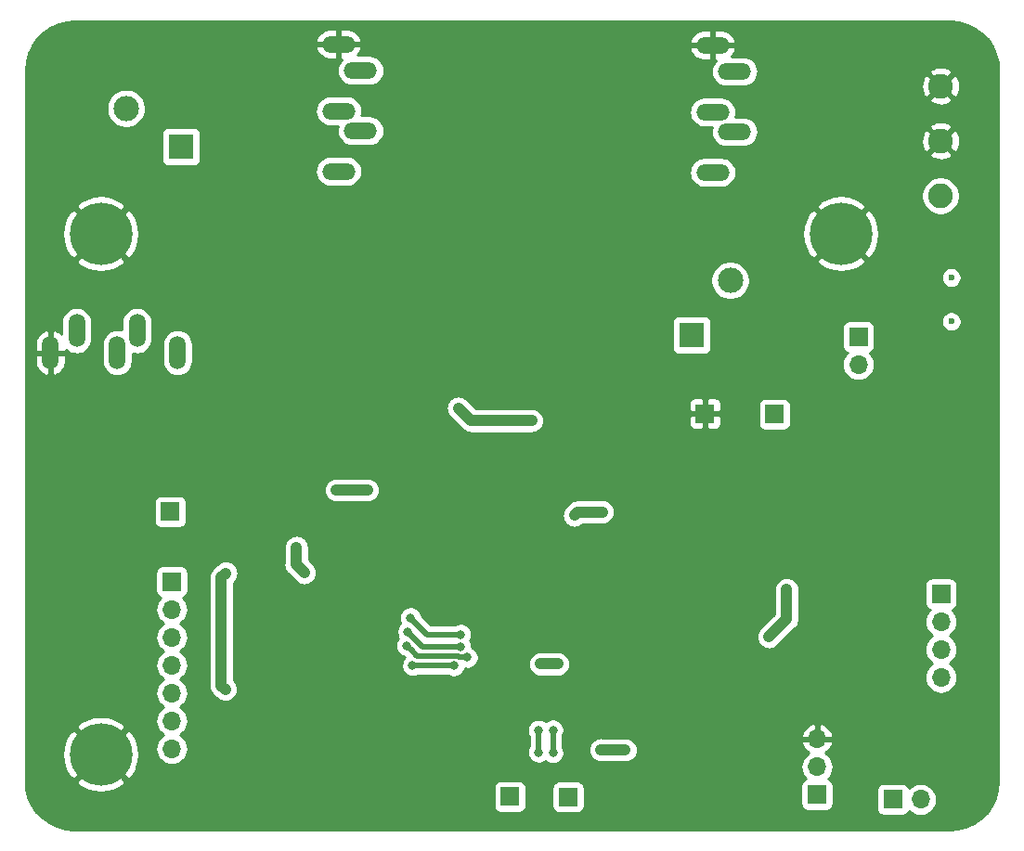
<source format=gbr>
G04 #@! TF.GenerationSoftware,KiCad,Pcbnew,(5.1.4)-1*
G04 #@! TF.CreationDate,2020-01-01T19:34:10-05:00*
G04 #@! TF.ProjectId,Board,426f6172-642e-46b6-9963-61645f706362,rev?*
G04 #@! TF.SameCoordinates,Original*
G04 #@! TF.FileFunction,Copper,L2,Bot*
G04 #@! TF.FilePolarity,Positive*
%FSLAX46Y46*%
G04 Gerber Fmt 4.6, Leading zero omitted, Abs format (unit mm)*
G04 Created by KiCad (PCBNEW (5.1.4)-1) date 2020-01-01 19:34:10*
%MOMM*%
%LPD*%
G04 APERTURE LIST*
%ADD10O,1.700000X1.700000*%
%ADD11R,1.700000X1.700000*%
%ADD12O,3.016000X1.508000*%
%ADD13C,0.600000*%
%ADD14O,1.508000X3.016000*%
%ADD15C,5.700000*%
%ADD16C,2.325000*%
%ADD17R,2.325000X2.325000*%
%ADD18C,2.250000*%
%ADD19C,0.800000*%
%ADD20C,1.000000*%
%ADD21C,0.250000*%
%ADD22C,0.500000*%
%ADD23C,0.254000*%
G04 APERTURE END LIST*
D10*
X136600000Y-101940000D03*
D11*
X136600000Y-99400000D03*
D12*
X123300000Y-84400000D03*
X125300000Y-80700000D03*
X123300000Y-78900000D03*
X125300000Y-75200000D03*
X123300000Y-72800000D03*
D13*
X145060000Y-94000000D03*
X145060000Y-98000000D03*
D12*
X89200000Y-84300000D03*
X91200000Y-80600000D03*
X89200000Y-78800000D03*
X91200000Y-75100000D03*
X89200000Y-72700000D03*
D14*
X74500000Y-100850000D03*
X70800000Y-98850000D03*
X69000000Y-100850000D03*
X65300000Y-98850000D03*
X62900000Y-100850000D03*
D15*
X67500000Y-137500000D03*
X135000000Y-90000000D03*
X67500000Y-90000000D03*
D10*
X73970000Y-136980000D03*
X73970000Y-134440000D03*
X73970000Y-131900000D03*
X73970000Y-129360000D03*
X73970000Y-126820000D03*
X73970000Y-124280000D03*
D11*
X73970000Y-121740000D03*
D10*
X144130000Y-130480000D03*
X144130000Y-127940000D03*
X144130000Y-125400000D03*
D11*
X144130000Y-122860000D03*
X104800000Y-141350000D03*
D10*
X132820000Y-136100000D03*
X132820000Y-138640000D03*
D11*
X132820000Y-141180000D03*
X73830000Y-115350000D03*
X110130000Y-141390000D03*
X122600000Y-106400000D03*
X128930000Y-106480000D03*
D10*
X142270000Y-141610000D03*
D11*
X139730000Y-141610000D03*
D16*
X69810000Y-78570000D03*
D17*
X74810000Y-82070000D03*
D16*
X124900000Y-94250000D03*
D17*
X121400000Y-99250000D03*
D18*
X144090000Y-86530000D03*
X144090000Y-76530000D03*
X144090000Y-81530000D03*
D19*
X94530000Y-116370000D03*
X105990000Y-134880000D03*
X95360000Y-130860000D03*
X127000000Y-117560000D03*
X127118000Y-122232000D03*
X118262000Y-131308000D03*
X111510000Y-127110000D03*
X95080000Y-121190000D03*
X111780000Y-121470000D03*
X113240000Y-118160000D03*
X86570000Y-117160000D03*
X127840000Y-114540000D03*
X139131000Y-115721000D03*
X107430000Y-108990000D03*
X98550000Y-113491000D03*
X112175000Y-96555000D03*
X105210000Y-96750000D03*
X96810000Y-92860000D03*
X81430000Y-92810000D03*
X108650000Y-77960000D03*
X108700000Y-92540000D03*
X142850000Y-111450000D03*
X142100000Y-94700000D03*
X84000000Y-109000000D03*
X85330000Y-118620000D03*
X86060000Y-120940000D03*
X78900000Y-120960000D03*
X78870000Y-131580000D03*
X130050000Y-122470000D03*
X89000000Y-113380000D03*
X91830000Y-113380000D03*
X128440000Y-126770000D03*
X100120000Y-105910000D03*
X106810000Y-107050000D03*
X100920000Y-128650000D03*
X95410000Y-127580000D03*
X100320000Y-126550000D03*
X95750000Y-125030000D03*
X100310000Y-127660000D03*
X95500000Y-126320000D03*
X113240000Y-115380000D03*
X110700000Y-115690000D03*
X108730000Y-135270000D03*
X108730000Y-137350000D03*
X107620000Y-129250000D03*
X109190000Y-129250000D03*
X95928000Y-129402000D03*
X99690000Y-129410000D03*
X115320000Y-137090000D03*
X113100000Y-137080000D03*
X107430000Y-135300000D03*
X107430000Y-137310000D03*
D20*
X78500001Y-121359999D02*
X78500001Y-131210001D01*
X78900000Y-120960000D02*
X78500001Y-121359999D01*
X78500001Y-131210001D02*
X78870000Y-131580000D01*
X78870000Y-131580000D02*
X78870000Y-131580000D01*
X130050000Y-122470000D02*
X130050000Y-122470000D01*
X86060000Y-120940000D02*
X85310000Y-120190000D01*
X85330000Y-120170000D02*
X85330000Y-118620000D01*
X85310000Y-120190000D02*
X85330000Y-120170000D01*
X91830000Y-113380000D02*
X89000000Y-113380000D01*
X130050000Y-125160000D02*
X128440000Y-126770000D01*
X130050000Y-122470000D02*
X130050000Y-125160000D01*
X101260000Y-107050000D02*
X100120000Y-105910000D01*
X101260000Y-107050000D02*
X106810000Y-107050000D01*
D21*
X95410000Y-127580000D02*
X95410000Y-127580000D01*
D22*
X95809999Y-127979999D02*
X95410000Y-127580000D01*
X96340001Y-128510001D02*
X95809999Y-127979999D01*
X100048003Y-128510001D02*
X96340001Y-128510001D01*
X100188002Y-128650000D02*
X100048003Y-128510001D01*
X100920000Y-128650000D02*
X100188002Y-128650000D01*
D21*
X95750000Y-125030000D02*
X95750000Y-125030000D01*
D22*
X97270000Y-126550000D02*
X95750000Y-125030000D01*
X100320000Y-126550000D02*
X97270000Y-126550000D01*
D21*
X95500000Y-126320000D02*
X95500000Y-126320000D01*
D22*
X96840000Y-127660000D02*
X95500000Y-126320000D01*
X100310000Y-127660000D02*
X96840000Y-127660000D01*
D20*
X111010000Y-115380000D02*
X110700000Y-115690000D01*
X113240000Y-115380000D02*
X111010000Y-115380000D01*
D21*
X108730000Y-137220000D02*
X108730000Y-137350000D01*
X108730000Y-137350000D02*
X108730000Y-137350000D01*
D22*
X108730000Y-135270000D02*
X108730000Y-137350000D01*
D21*
X109060000Y-129250000D02*
X109190000Y-129250000D01*
X109190000Y-129250000D02*
X109190000Y-129250000D01*
D20*
X109190000Y-129250000D02*
X107620000Y-129250000D01*
D21*
X96493685Y-129402000D02*
X96501685Y-129410000D01*
X95928000Y-129402000D02*
X96493685Y-129402000D01*
X99510000Y-129410000D02*
X99690000Y-129410000D01*
X99690000Y-129410000D02*
X99690000Y-129410000D01*
D22*
X95936000Y-129410000D02*
X95928000Y-129402000D01*
X99690000Y-129410000D02*
X95936000Y-129410000D01*
D21*
X113100000Y-137080000D02*
X113100000Y-137080000D01*
D20*
X113110000Y-137090000D02*
X113100000Y-137080000D01*
X115320000Y-137090000D02*
X113110000Y-137090000D01*
D21*
X107430000Y-137310000D02*
X107430000Y-137310000D01*
D22*
X107430000Y-135300000D02*
X107430000Y-137310000D01*
D23*
G36*
X145768083Y-70731173D02*
G01*
X146511891Y-70934656D01*
X147207905Y-71266638D01*
X147834130Y-71716626D01*
X148370777Y-72270403D01*
X148800871Y-72910451D01*
X149110829Y-73616553D01*
X149292065Y-74371457D01*
X149340001Y-75024220D01*
X149340000Y-139970608D01*
X149268827Y-140768083D01*
X149065344Y-141511890D01*
X148733363Y-142207904D01*
X148283374Y-142834130D01*
X147729597Y-143370777D01*
X147089549Y-143800871D01*
X146383447Y-144110829D01*
X145628543Y-144292065D01*
X144975793Y-144340000D01*
X65029392Y-144340000D01*
X64231917Y-144268827D01*
X63488110Y-144065344D01*
X62792096Y-143733363D01*
X62165870Y-143283374D01*
X61629223Y-142729597D01*
X61199129Y-142089549D01*
X60889171Y-141383447D01*
X60707935Y-140628543D01*
X60660000Y-139975793D01*
X60660000Y-139952033D01*
X65227572Y-139952033D01*
X65545757Y-140405850D01*
X66150210Y-140731269D01*
X66806535Y-140932512D01*
X67489510Y-141001845D01*
X68172888Y-140936605D01*
X68830407Y-140739298D01*
X69281345Y-140500000D01*
X103311928Y-140500000D01*
X103311928Y-142200000D01*
X103324188Y-142324482D01*
X103360498Y-142444180D01*
X103419463Y-142554494D01*
X103498815Y-142651185D01*
X103595506Y-142730537D01*
X103705820Y-142789502D01*
X103825518Y-142825812D01*
X103950000Y-142838072D01*
X105650000Y-142838072D01*
X105774482Y-142825812D01*
X105894180Y-142789502D01*
X106004494Y-142730537D01*
X106101185Y-142651185D01*
X106180537Y-142554494D01*
X106239502Y-142444180D01*
X106275812Y-142324482D01*
X106288072Y-142200000D01*
X106288072Y-140540000D01*
X108641928Y-140540000D01*
X108641928Y-142240000D01*
X108654188Y-142364482D01*
X108690498Y-142484180D01*
X108749463Y-142594494D01*
X108828815Y-142691185D01*
X108925506Y-142770537D01*
X109035820Y-142829502D01*
X109155518Y-142865812D01*
X109280000Y-142878072D01*
X110980000Y-142878072D01*
X111104482Y-142865812D01*
X111224180Y-142829502D01*
X111334494Y-142770537D01*
X111431185Y-142691185D01*
X111510537Y-142594494D01*
X111569502Y-142484180D01*
X111605812Y-142364482D01*
X111618072Y-142240000D01*
X111618072Y-140540000D01*
X111605812Y-140415518D01*
X111569502Y-140295820D01*
X111510537Y-140185506D01*
X111431185Y-140088815D01*
X111334494Y-140009463D01*
X111224180Y-139950498D01*
X111104482Y-139914188D01*
X110980000Y-139901928D01*
X109280000Y-139901928D01*
X109155518Y-139914188D01*
X109035820Y-139950498D01*
X108925506Y-140009463D01*
X108828815Y-140088815D01*
X108749463Y-140185506D01*
X108690498Y-140295820D01*
X108654188Y-140415518D01*
X108641928Y-140540000D01*
X106288072Y-140540000D01*
X106288072Y-140500000D01*
X106275812Y-140375518D01*
X106239502Y-140255820D01*
X106180537Y-140145506D01*
X106101185Y-140048815D01*
X106004494Y-139969463D01*
X105894180Y-139910498D01*
X105774482Y-139874188D01*
X105650000Y-139861928D01*
X103950000Y-139861928D01*
X103825518Y-139874188D01*
X103705820Y-139910498D01*
X103595506Y-139969463D01*
X103498815Y-140048815D01*
X103419463Y-140145506D01*
X103360498Y-140255820D01*
X103324188Y-140375518D01*
X103311928Y-140500000D01*
X69281345Y-140500000D01*
X69436799Y-140417506D01*
X69454243Y-140405850D01*
X69772428Y-139952033D01*
X67500000Y-137679605D01*
X65227572Y-139952033D01*
X60660000Y-139952033D01*
X60660000Y-137489510D01*
X63998155Y-137489510D01*
X64063395Y-138172888D01*
X64260702Y-138830407D01*
X64582494Y-139436799D01*
X64594150Y-139454243D01*
X65047967Y-139772428D01*
X67320395Y-137500000D01*
X67679605Y-137500000D01*
X69952033Y-139772428D01*
X70405850Y-139454243D01*
X70731269Y-138849790D01*
X70795595Y-138640000D01*
X131327815Y-138640000D01*
X131356487Y-138931111D01*
X131441401Y-139211034D01*
X131579294Y-139469014D01*
X131764866Y-139695134D01*
X131794687Y-139719607D01*
X131725820Y-139740498D01*
X131615506Y-139799463D01*
X131518815Y-139878815D01*
X131439463Y-139975506D01*
X131380498Y-140085820D01*
X131344188Y-140205518D01*
X131331928Y-140330000D01*
X131331928Y-142030000D01*
X131344188Y-142154482D01*
X131380498Y-142274180D01*
X131439463Y-142384494D01*
X131518815Y-142481185D01*
X131615506Y-142560537D01*
X131725820Y-142619502D01*
X131845518Y-142655812D01*
X131970000Y-142668072D01*
X133670000Y-142668072D01*
X133794482Y-142655812D01*
X133914180Y-142619502D01*
X134024494Y-142560537D01*
X134121185Y-142481185D01*
X134200537Y-142384494D01*
X134259502Y-142274180D01*
X134295812Y-142154482D01*
X134308072Y-142030000D01*
X134308072Y-140760000D01*
X138241928Y-140760000D01*
X138241928Y-142460000D01*
X138254188Y-142584482D01*
X138290498Y-142704180D01*
X138349463Y-142814494D01*
X138428815Y-142911185D01*
X138525506Y-142990537D01*
X138635820Y-143049502D01*
X138755518Y-143085812D01*
X138880000Y-143098072D01*
X140580000Y-143098072D01*
X140704482Y-143085812D01*
X140824180Y-143049502D01*
X140934494Y-142990537D01*
X141031185Y-142911185D01*
X141110537Y-142814494D01*
X141169502Y-142704180D01*
X141190393Y-142635313D01*
X141214866Y-142665134D01*
X141440986Y-142850706D01*
X141698966Y-142988599D01*
X141978889Y-143073513D01*
X142197050Y-143095000D01*
X142342950Y-143095000D01*
X142561111Y-143073513D01*
X142841034Y-142988599D01*
X143099014Y-142850706D01*
X143325134Y-142665134D01*
X143510706Y-142439014D01*
X143648599Y-142181034D01*
X143733513Y-141901111D01*
X143762185Y-141610000D01*
X143733513Y-141318889D01*
X143648599Y-141038966D01*
X143510706Y-140780986D01*
X143325134Y-140554866D01*
X143099014Y-140369294D01*
X142841034Y-140231401D01*
X142561111Y-140146487D01*
X142342950Y-140125000D01*
X142197050Y-140125000D01*
X141978889Y-140146487D01*
X141698966Y-140231401D01*
X141440986Y-140369294D01*
X141214866Y-140554866D01*
X141190393Y-140584687D01*
X141169502Y-140515820D01*
X141110537Y-140405506D01*
X141031185Y-140308815D01*
X140934494Y-140229463D01*
X140824180Y-140170498D01*
X140704482Y-140134188D01*
X140580000Y-140121928D01*
X138880000Y-140121928D01*
X138755518Y-140134188D01*
X138635820Y-140170498D01*
X138525506Y-140229463D01*
X138428815Y-140308815D01*
X138349463Y-140405506D01*
X138290498Y-140515820D01*
X138254188Y-140635518D01*
X138241928Y-140760000D01*
X134308072Y-140760000D01*
X134308072Y-140330000D01*
X134295812Y-140205518D01*
X134259502Y-140085820D01*
X134200537Y-139975506D01*
X134121185Y-139878815D01*
X134024494Y-139799463D01*
X133914180Y-139740498D01*
X133845313Y-139719607D01*
X133875134Y-139695134D01*
X134060706Y-139469014D01*
X134198599Y-139211034D01*
X134283513Y-138931111D01*
X134312185Y-138640000D01*
X134283513Y-138348889D01*
X134198599Y-138068966D01*
X134060706Y-137810986D01*
X133875134Y-137584866D01*
X133649014Y-137399294D01*
X133584477Y-137364799D01*
X133701355Y-137295178D01*
X133917588Y-137100269D01*
X134091641Y-136866920D01*
X134216825Y-136604099D01*
X134261476Y-136456890D01*
X134140155Y-136227000D01*
X132947000Y-136227000D01*
X132947000Y-136247000D01*
X132693000Y-136247000D01*
X132693000Y-136227000D01*
X131499845Y-136227000D01*
X131378524Y-136456890D01*
X131423175Y-136604099D01*
X131548359Y-136866920D01*
X131722412Y-137100269D01*
X131938645Y-137295178D01*
X132055523Y-137364799D01*
X131990986Y-137399294D01*
X131764866Y-137584866D01*
X131579294Y-137810986D01*
X131441401Y-138068966D01*
X131356487Y-138348889D01*
X131327815Y-138640000D01*
X70795595Y-138640000D01*
X70932512Y-138193465D01*
X71001845Y-137510490D01*
X70936605Y-136827112D01*
X70739298Y-136169593D01*
X70417506Y-135563201D01*
X70405850Y-135545757D01*
X69952033Y-135227572D01*
X67679605Y-137500000D01*
X67320395Y-137500000D01*
X65047967Y-135227572D01*
X64594150Y-135545757D01*
X64268731Y-136150210D01*
X64067488Y-136806535D01*
X63998155Y-137489510D01*
X60660000Y-137489510D01*
X60660000Y-135047967D01*
X65227572Y-135047967D01*
X67500000Y-137320395D01*
X69772428Y-135047967D01*
X69454243Y-134594150D01*
X68849790Y-134268731D01*
X68193465Y-134067488D01*
X67510490Y-133998155D01*
X66827112Y-134063395D01*
X66169593Y-134260702D01*
X65563201Y-134582494D01*
X65545757Y-134594150D01*
X65227572Y-135047967D01*
X60660000Y-135047967D01*
X60660000Y-124280000D01*
X72477815Y-124280000D01*
X72506487Y-124571111D01*
X72591401Y-124851034D01*
X72729294Y-125109014D01*
X72914866Y-125335134D01*
X73140986Y-125520706D01*
X73195791Y-125550000D01*
X73140986Y-125579294D01*
X72914866Y-125764866D01*
X72729294Y-125990986D01*
X72591401Y-126248966D01*
X72506487Y-126528889D01*
X72477815Y-126820000D01*
X72506487Y-127111111D01*
X72591401Y-127391034D01*
X72729294Y-127649014D01*
X72914866Y-127875134D01*
X73140986Y-128060706D01*
X73195791Y-128090000D01*
X73140986Y-128119294D01*
X72914866Y-128304866D01*
X72729294Y-128530986D01*
X72591401Y-128788966D01*
X72506487Y-129068889D01*
X72477815Y-129360000D01*
X72506487Y-129651111D01*
X72591401Y-129931034D01*
X72729294Y-130189014D01*
X72914866Y-130415134D01*
X73140986Y-130600706D01*
X73195791Y-130630000D01*
X73140986Y-130659294D01*
X72914866Y-130844866D01*
X72729294Y-131070986D01*
X72591401Y-131328966D01*
X72506487Y-131608889D01*
X72477815Y-131900000D01*
X72506487Y-132191111D01*
X72591401Y-132471034D01*
X72729294Y-132729014D01*
X72914866Y-132955134D01*
X73140986Y-133140706D01*
X73195791Y-133170000D01*
X73140986Y-133199294D01*
X72914866Y-133384866D01*
X72729294Y-133610986D01*
X72591401Y-133868966D01*
X72506487Y-134148889D01*
X72477815Y-134440000D01*
X72506487Y-134731111D01*
X72591401Y-135011034D01*
X72729294Y-135269014D01*
X72914866Y-135495134D01*
X73140986Y-135680706D01*
X73195791Y-135710000D01*
X73140986Y-135739294D01*
X72914866Y-135924866D01*
X72729294Y-136150986D01*
X72591401Y-136408966D01*
X72506487Y-136688889D01*
X72477815Y-136980000D01*
X72506487Y-137271111D01*
X72591401Y-137551034D01*
X72729294Y-137809014D01*
X72914866Y-138035134D01*
X73140986Y-138220706D01*
X73398966Y-138358599D01*
X73678889Y-138443513D01*
X73897050Y-138465000D01*
X74042950Y-138465000D01*
X74261111Y-138443513D01*
X74541034Y-138358599D01*
X74799014Y-138220706D01*
X75025134Y-138035134D01*
X75210706Y-137809014D01*
X75348599Y-137551034D01*
X75433513Y-137271111D01*
X75462185Y-136980000D01*
X75433513Y-136688889D01*
X75348599Y-136408966D01*
X75210706Y-136150986D01*
X75025134Y-135924866D01*
X74799014Y-135739294D01*
X74744209Y-135710000D01*
X74799014Y-135680706D01*
X75025134Y-135495134D01*
X75210706Y-135269014D01*
X75248631Y-135198061D01*
X106395000Y-135198061D01*
X106395000Y-135401939D01*
X106434774Y-135601898D01*
X106512795Y-135790256D01*
X106545000Y-135838455D01*
X106545001Y-136771545D01*
X106512795Y-136819744D01*
X106434774Y-137008102D01*
X106395000Y-137208061D01*
X106395000Y-137411939D01*
X106434774Y-137611898D01*
X106512795Y-137800256D01*
X106626063Y-137969774D01*
X106770226Y-138113937D01*
X106939744Y-138227205D01*
X107128102Y-138305226D01*
X107328061Y-138345000D01*
X107531939Y-138345000D01*
X107731898Y-138305226D01*
X107920256Y-138227205D01*
X108054078Y-138137789D01*
X108070226Y-138153937D01*
X108239744Y-138267205D01*
X108428102Y-138345226D01*
X108628061Y-138385000D01*
X108831939Y-138385000D01*
X109031898Y-138345226D01*
X109220256Y-138267205D01*
X109389774Y-138153937D01*
X109533937Y-138009774D01*
X109647205Y-137840256D01*
X109725226Y-137651898D01*
X109765000Y-137451939D01*
X109765000Y-137248061D01*
X109731571Y-137080000D01*
X111959509Y-137080000D01*
X111981423Y-137302498D01*
X112046324Y-137516446D01*
X112151717Y-137713622D01*
X112258012Y-137843143D01*
X112268004Y-137853135D01*
X112303551Y-137896449D01*
X112476377Y-138038284D01*
X112673553Y-138143676D01*
X112856860Y-138199282D01*
X112887501Y-138208577D01*
X113109999Y-138230491D01*
X113165751Y-138225000D01*
X115375752Y-138225000D01*
X115542499Y-138208577D01*
X115756447Y-138143676D01*
X115953623Y-138038284D01*
X116126449Y-137896449D01*
X116268284Y-137723623D01*
X116373676Y-137526447D01*
X116438577Y-137312499D01*
X116460491Y-137090000D01*
X116438577Y-136867501D01*
X116373676Y-136653553D01*
X116268284Y-136456377D01*
X116126449Y-136283551D01*
X115953623Y-136141716D01*
X115756447Y-136036324D01*
X115542499Y-135971423D01*
X115375752Y-135955000D01*
X113257284Y-135955000D01*
X113100000Y-135939509D01*
X112877502Y-135961423D01*
X112663554Y-136026324D01*
X112466378Y-136131717D01*
X112293552Y-136273552D01*
X112151717Y-136446378D01*
X112046324Y-136643554D01*
X111981423Y-136857502D01*
X111959509Y-137080000D01*
X109731571Y-137080000D01*
X109725226Y-137048102D01*
X109647205Y-136859744D01*
X109615000Y-136811546D01*
X109615000Y-135808454D01*
X109647205Y-135760256D01*
X109654307Y-135743110D01*
X131378524Y-135743110D01*
X131499845Y-135973000D01*
X132693000Y-135973000D01*
X132693000Y-134779186D01*
X132947000Y-134779186D01*
X132947000Y-135973000D01*
X134140155Y-135973000D01*
X134261476Y-135743110D01*
X134216825Y-135595901D01*
X134091641Y-135333080D01*
X133917588Y-135099731D01*
X133701355Y-134904822D01*
X133451252Y-134755843D01*
X133176891Y-134658519D01*
X132947000Y-134779186D01*
X132693000Y-134779186D01*
X132463109Y-134658519D01*
X132188748Y-134755843D01*
X131938645Y-134904822D01*
X131722412Y-135099731D01*
X131548359Y-135333080D01*
X131423175Y-135595901D01*
X131378524Y-135743110D01*
X109654307Y-135743110D01*
X109725226Y-135571898D01*
X109765000Y-135371939D01*
X109765000Y-135168061D01*
X109725226Y-134968102D01*
X109647205Y-134779744D01*
X109533937Y-134610226D01*
X109389774Y-134466063D01*
X109220256Y-134352795D01*
X109031898Y-134274774D01*
X108831939Y-134235000D01*
X108628061Y-134235000D01*
X108428102Y-134274774D01*
X108239744Y-134352795D01*
X108070226Y-134466063D01*
X108060072Y-134476217D01*
X107920256Y-134382795D01*
X107731898Y-134304774D01*
X107531939Y-134265000D01*
X107328061Y-134265000D01*
X107128102Y-134304774D01*
X106939744Y-134382795D01*
X106770226Y-134496063D01*
X106626063Y-134640226D01*
X106512795Y-134809744D01*
X106434774Y-134998102D01*
X106395000Y-135198061D01*
X75248631Y-135198061D01*
X75348599Y-135011034D01*
X75433513Y-134731111D01*
X75462185Y-134440000D01*
X75433513Y-134148889D01*
X75348599Y-133868966D01*
X75210706Y-133610986D01*
X75025134Y-133384866D01*
X74799014Y-133199294D01*
X74744209Y-133170000D01*
X74799014Y-133140706D01*
X75025134Y-132955134D01*
X75210706Y-132729014D01*
X75348599Y-132471034D01*
X75433513Y-132191111D01*
X75462185Y-131900000D01*
X75433513Y-131608889D01*
X75348599Y-131328966D01*
X75210706Y-131070986D01*
X75025134Y-130844866D01*
X74799014Y-130659294D01*
X74744209Y-130630000D01*
X74799014Y-130600706D01*
X75025134Y-130415134D01*
X75210706Y-130189014D01*
X75348599Y-129931034D01*
X75433513Y-129651111D01*
X75462185Y-129360000D01*
X75433513Y-129068889D01*
X75348599Y-128788966D01*
X75210706Y-128530986D01*
X75025134Y-128304866D01*
X74799014Y-128119294D01*
X74744209Y-128090000D01*
X74799014Y-128060706D01*
X75025134Y-127875134D01*
X75210706Y-127649014D01*
X75348599Y-127391034D01*
X75433513Y-127111111D01*
X75462185Y-126820000D01*
X75433513Y-126528889D01*
X75348599Y-126248966D01*
X75210706Y-125990986D01*
X75025134Y-125764866D01*
X74799014Y-125579294D01*
X74744209Y-125550000D01*
X74799014Y-125520706D01*
X75025134Y-125335134D01*
X75210706Y-125109014D01*
X75348599Y-124851034D01*
X75433513Y-124571111D01*
X75462185Y-124280000D01*
X75433513Y-123988889D01*
X75348599Y-123708966D01*
X75210706Y-123450986D01*
X75025134Y-123224866D01*
X74995313Y-123200393D01*
X75064180Y-123179502D01*
X75174494Y-123120537D01*
X75271185Y-123041185D01*
X75350537Y-122944494D01*
X75409502Y-122834180D01*
X75445812Y-122714482D01*
X75458072Y-122590000D01*
X75458072Y-121359999D01*
X77359510Y-121359999D01*
X77365001Y-121415751D01*
X77365002Y-131154240D01*
X77359510Y-131210001D01*
X77381424Y-131432499D01*
X77446325Y-131646447D01*
X77446326Y-131646448D01*
X77551718Y-131843624D01*
X77693553Y-132016450D01*
X77736860Y-132051991D01*
X78028008Y-132343140D01*
X78063551Y-132386449D01*
X78236377Y-132528284D01*
X78433553Y-132633676D01*
X78647501Y-132698577D01*
X78870000Y-132720491D01*
X79092499Y-132698577D01*
X79306447Y-132633676D01*
X79503623Y-132528284D01*
X79676449Y-132386449D01*
X79818284Y-132213623D01*
X79923676Y-132016447D01*
X79988577Y-131802499D01*
X80010491Y-131580000D01*
X79988577Y-131357501D01*
X79923676Y-131143554D01*
X79923676Y-131143553D01*
X79818284Y-130946377D01*
X79676449Y-130773551D01*
X79635001Y-130739535D01*
X79635001Y-127478061D01*
X94375000Y-127478061D01*
X94375000Y-127681939D01*
X94414774Y-127881898D01*
X94492795Y-128070256D01*
X94606063Y-128239774D01*
X94750226Y-128383937D01*
X94919744Y-128497205D01*
X95108102Y-128575226D01*
X95164957Y-128586535D01*
X95222356Y-128643934D01*
X95124063Y-128742226D01*
X95010795Y-128911744D01*
X94932774Y-129100102D01*
X94893000Y-129300061D01*
X94893000Y-129503939D01*
X94932774Y-129703898D01*
X95010795Y-129892256D01*
X95124063Y-130061774D01*
X95268226Y-130205937D01*
X95437744Y-130319205D01*
X95626102Y-130397226D01*
X95826061Y-130437000D01*
X96029939Y-130437000D01*
X96229898Y-130397226D01*
X96418256Y-130319205D01*
X96454481Y-130295000D01*
X99151546Y-130295000D01*
X99199744Y-130327205D01*
X99388102Y-130405226D01*
X99588061Y-130445000D01*
X99791939Y-130445000D01*
X99991898Y-130405226D01*
X100180256Y-130327205D01*
X100349774Y-130213937D01*
X100493937Y-130069774D01*
X100607205Y-129900256D01*
X100685226Y-129711898D01*
X100695428Y-129660607D01*
X100818061Y-129685000D01*
X101021939Y-129685000D01*
X101221898Y-129645226D01*
X101410256Y-129567205D01*
X101579774Y-129453937D01*
X101723937Y-129309774D01*
X101763876Y-129250000D01*
X106479509Y-129250000D01*
X106501423Y-129472499D01*
X106566324Y-129686447D01*
X106671716Y-129883623D01*
X106813551Y-130056449D01*
X106986377Y-130198284D01*
X107183553Y-130303676D01*
X107397501Y-130368577D01*
X107564248Y-130385000D01*
X109245752Y-130385000D01*
X109412499Y-130368577D01*
X109626447Y-130303676D01*
X109823623Y-130198284D01*
X109996449Y-130056449D01*
X110138284Y-129883623D01*
X110243676Y-129686447D01*
X110308577Y-129472499D01*
X110330491Y-129250000D01*
X110308577Y-129027501D01*
X110243676Y-128813553D01*
X110138284Y-128616377D01*
X109996449Y-128443551D01*
X109823623Y-128301716D01*
X109626447Y-128196324D01*
X109412499Y-128131423D01*
X109245752Y-128115000D01*
X107564248Y-128115000D01*
X107397501Y-128131423D01*
X107183553Y-128196324D01*
X106986377Y-128301716D01*
X106813551Y-128443551D01*
X106671716Y-128616377D01*
X106566324Y-128813553D01*
X106501423Y-129027501D01*
X106479509Y-129250000D01*
X101763876Y-129250000D01*
X101837205Y-129140256D01*
X101915226Y-128951898D01*
X101955000Y-128751939D01*
X101955000Y-128548061D01*
X101915226Y-128348102D01*
X101837205Y-128159744D01*
X101723937Y-127990226D01*
X101579774Y-127846063D01*
X101410256Y-127732795D01*
X101345000Y-127705765D01*
X101345000Y-127558061D01*
X101305226Y-127358102D01*
X101227205Y-127169744D01*
X101188945Y-127112483D01*
X101237205Y-127040256D01*
X101315226Y-126851898D01*
X101331516Y-126770000D01*
X127299509Y-126770000D01*
X127321423Y-126992498D01*
X127386324Y-127206446D01*
X127491717Y-127403622D01*
X127633552Y-127576448D01*
X127806378Y-127718283D01*
X128003554Y-127823676D01*
X128217502Y-127888577D01*
X128440000Y-127910491D01*
X128662498Y-127888577D01*
X128876446Y-127823676D01*
X129073622Y-127718283D01*
X129203143Y-127611988D01*
X130813140Y-126001991D01*
X130856449Y-125966449D01*
X130998284Y-125793623D01*
X131103676Y-125596447D01*
X131163268Y-125400000D01*
X142637815Y-125400000D01*
X142666487Y-125691111D01*
X142751401Y-125971034D01*
X142889294Y-126229014D01*
X143074866Y-126455134D01*
X143300986Y-126640706D01*
X143355791Y-126670000D01*
X143300986Y-126699294D01*
X143074866Y-126884866D01*
X142889294Y-127110986D01*
X142751401Y-127368966D01*
X142666487Y-127648889D01*
X142637815Y-127940000D01*
X142666487Y-128231111D01*
X142751401Y-128511034D01*
X142889294Y-128769014D01*
X143074866Y-128995134D01*
X143300986Y-129180706D01*
X143355791Y-129210000D01*
X143300986Y-129239294D01*
X143074866Y-129424866D01*
X142889294Y-129650986D01*
X142751401Y-129908966D01*
X142666487Y-130188889D01*
X142637815Y-130480000D01*
X142666487Y-130771111D01*
X142751401Y-131051034D01*
X142889294Y-131309014D01*
X143074866Y-131535134D01*
X143300986Y-131720706D01*
X143558966Y-131858599D01*
X143838889Y-131943513D01*
X144057050Y-131965000D01*
X144202950Y-131965000D01*
X144421111Y-131943513D01*
X144701034Y-131858599D01*
X144959014Y-131720706D01*
X145185134Y-131535134D01*
X145370706Y-131309014D01*
X145508599Y-131051034D01*
X145593513Y-130771111D01*
X145622185Y-130480000D01*
X145593513Y-130188889D01*
X145508599Y-129908966D01*
X145370706Y-129650986D01*
X145185134Y-129424866D01*
X144959014Y-129239294D01*
X144904209Y-129210000D01*
X144959014Y-129180706D01*
X145185134Y-128995134D01*
X145370706Y-128769014D01*
X145508599Y-128511034D01*
X145593513Y-128231111D01*
X145622185Y-127940000D01*
X145593513Y-127648889D01*
X145508599Y-127368966D01*
X145370706Y-127110986D01*
X145185134Y-126884866D01*
X144959014Y-126699294D01*
X144904209Y-126670000D01*
X144959014Y-126640706D01*
X145185134Y-126455134D01*
X145370706Y-126229014D01*
X145508599Y-125971034D01*
X145593513Y-125691111D01*
X145622185Y-125400000D01*
X145593513Y-125108889D01*
X145508599Y-124828966D01*
X145370706Y-124570986D01*
X145185134Y-124344866D01*
X145155313Y-124320393D01*
X145224180Y-124299502D01*
X145334494Y-124240537D01*
X145431185Y-124161185D01*
X145510537Y-124064494D01*
X145569502Y-123954180D01*
X145605812Y-123834482D01*
X145618072Y-123710000D01*
X145618072Y-122010000D01*
X145605812Y-121885518D01*
X145569502Y-121765820D01*
X145510537Y-121655506D01*
X145431185Y-121558815D01*
X145334494Y-121479463D01*
X145224180Y-121420498D01*
X145104482Y-121384188D01*
X144980000Y-121371928D01*
X143280000Y-121371928D01*
X143155518Y-121384188D01*
X143035820Y-121420498D01*
X142925506Y-121479463D01*
X142828815Y-121558815D01*
X142749463Y-121655506D01*
X142690498Y-121765820D01*
X142654188Y-121885518D01*
X142641928Y-122010000D01*
X142641928Y-123710000D01*
X142654188Y-123834482D01*
X142690498Y-123954180D01*
X142749463Y-124064494D01*
X142828815Y-124161185D01*
X142925506Y-124240537D01*
X143035820Y-124299502D01*
X143104687Y-124320393D01*
X143074866Y-124344866D01*
X142889294Y-124570986D01*
X142751401Y-124828966D01*
X142666487Y-125108889D01*
X142637815Y-125400000D01*
X131163268Y-125400000D01*
X131168577Y-125382499D01*
X131185000Y-125215752D01*
X131190491Y-125160000D01*
X131185000Y-125104248D01*
X131185000Y-122525752D01*
X131190491Y-122470000D01*
X131168577Y-122247501D01*
X131103676Y-122033553D01*
X130998284Y-121836377D01*
X130856449Y-121663551D01*
X130683623Y-121521716D01*
X130486447Y-121416324D01*
X130272499Y-121351423D01*
X130105752Y-121335000D01*
X130105751Y-121335000D01*
X130050000Y-121329509D01*
X129994248Y-121335000D01*
X129827501Y-121351423D01*
X129613553Y-121416324D01*
X129416377Y-121521716D01*
X129243551Y-121663551D01*
X129101716Y-121836377D01*
X128996324Y-122033553D01*
X128931423Y-122247501D01*
X128909509Y-122470000D01*
X128915000Y-122525752D01*
X128915001Y-124689867D01*
X127598012Y-126006857D01*
X127491717Y-126136378D01*
X127386324Y-126333554D01*
X127321423Y-126547502D01*
X127299509Y-126770000D01*
X101331516Y-126770000D01*
X101355000Y-126651939D01*
X101355000Y-126448061D01*
X101315226Y-126248102D01*
X101237205Y-126059744D01*
X101123937Y-125890226D01*
X100979774Y-125746063D01*
X100810256Y-125632795D01*
X100621898Y-125554774D01*
X100421939Y-125515000D01*
X100218061Y-125515000D01*
X100018102Y-125554774D01*
X99829744Y-125632795D01*
X99781546Y-125665000D01*
X97636579Y-125665000D01*
X96756535Y-124784957D01*
X96745226Y-124728102D01*
X96667205Y-124539744D01*
X96553937Y-124370226D01*
X96409774Y-124226063D01*
X96240256Y-124112795D01*
X96051898Y-124034774D01*
X95851939Y-123995000D01*
X95648061Y-123995000D01*
X95448102Y-124034774D01*
X95259744Y-124112795D01*
X95090226Y-124226063D01*
X94946063Y-124370226D01*
X94832795Y-124539744D01*
X94754774Y-124728102D01*
X94715000Y-124928061D01*
X94715000Y-125131939D01*
X94754774Y-125331898D01*
X94832795Y-125520256D01*
X94834092Y-125522197D01*
X94696063Y-125660226D01*
X94582795Y-125829744D01*
X94504774Y-126018102D01*
X94465000Y-126218061D01*
X94465000Y-126421939D01*
X94504774Y-126621898D01*
X94582795Y-126810256D01*
X94636163Y-126890126D01*
X94606063Y-126920226D01*
X94492795Y-127089744D01*
X94414774Y-127278102D01*
X94375000Y-127478061D01*
X79635001Y-127478061D01*
X79635001Y-121830130D01*
X79741988Y-121723143D01*
X79848283Y-121593622D01*
X79953676Y-121396446D01*
X80018577Y-121182499D01*
X80040491Y-120960001D01*
X80018577Y-120737502D01*
X79953676Y-120523554D01*
X79848283Y-120326378D01*
X79736361Y-120190000D01*
X84169509Y-120190000D01*
X84191423Y-120412498D01*
X84256324Y-120626446D01*
X84361717Y-120823622D01*
X84451599Y-120933143D01*
X84503552Y-120996448D01*
X84546855Y-121031986D01*
X85296857Y-121781988D01*
X85426377Y-121888283D01*
X85623553Y-121993675D01*
X85837500Y-122058577D01*
X86059999Y-122080490D01*
X86282498Y-122058577D01*
X86496446Y-121993675D01*
X86693622Y-121888283D01*
X86866448Y-121746448D01*
X87008283Y-121573622D01*
X87113675Y-121376446D01*
X87178577Y-121162498D01*
X87200490Y-120939999D01*
X87178577Y-120717500D01*
X87113675Y-120503553D01*
X87008283Y-120306377D01*
X86901988Y-120176857D01*
X86465000Y-119739869D01*
X86465000Y-118564248D01*
X86448577Y-118397501D01*
X86383676Y-118183553D01*
X86278284Y-117986377D01*
X86136449Y-117813551D01*
X85963623Y-117671716D01*
X85766447Y-117566324D01*
X85552499Y-117501423D01*
X85330000Y-117479509D01*
X85107502Y-117501423D01*
X84893554Y-117566324D01*
X84696378Y-117671716D01*
X84523552Y-117813551D01*
X84381717Y-117986377D01*
X84276325Y-118183553D01*
X84211423Y-118397501D01*
X84195000Y-118564248D01*
X84195000Y-119955710D01*
X84191423Y-119967502D01*
X84169509Y-120190000D01*
X79736361Y-120190000D01*
X79706448Y-120153552D01*
X79533622Y-120011717D01*
X79336446Y-119906324D01*
X79122498Y-119841423D01*
X78899999Y-119819509D01*
X78677501Y-119841423D01*
X78463554Y-119906324D01*
X78266378Y-120011717D01*
X78136857Y-120118012D01*
X77736866Y-120518003D01*
X77693552Y-120553550D01*
X77551717Y-120726376D01*
X77481331Y-120858061D01*
X77446325Y-120923553D01*
X77381424Y-121137501D01*
X77359510Y-121359999D01*
X75458072Y-121359999D01*
X75458072Y-120890000D01*
X75445812Y-120765518D01*
X75409502Y-120645820D01*
X75350537Y-120535506D01*
X75271185Y-120438815D01*
X75174494Y-120359463D01*
X75064180Y-120300498D01*
X74944482Y-120264188D01*
X74820000Y-120251928D01*
X73120000Y-120251928D01*
X72995518Y-120264188D01*
X72875820Y-120300498D01*
X72765506Y-120359463D01*
X72668815Y-120438815D01*
X72589463Y-120535506D01*
X72530498Y-120645820D01*
X72494188Y-120765518D01*
X72481928Y-120890000D01*
X72481928Y-122590000D01*
X72494188Y-122714482D01*
X72530498Y-122834180D01*
X72589463Y-122944494D01*
X72668815Y-123041185D01*
X72765506Y-123120537D01*
X72875820Y-123179502D01*
X72944687Y-123200393D01*
X72914866Y-123224866D01*
X72729294Y-123450986D01*
X72591401Y-123708966D01*
X72506487Y-123988889D01*
X72477815Y-124280000D01*
X60660000Y-124280000D01*
X60660000Y-114500000D01*
X72341928Y-114500000D01*
X72341928Y-116200000D01*
X72354188Y-116324482D01*
X72390498Y-116444180D01*
X72449463Y-116554494D01*
X72528815Y-116651185D01*
X72625506Y-116730537D01*
X72735820Y-116789502D01*
X72855518Y-116825812D01*
X72980000Y-116838072D01*
X74680000Y-116838072D01*
X74804482Y-116825812D01*
X74924180Y-116789502D01*
X75034494Y-116730537D01*
X75131185Y-116651185D01*
X75210537Y-116554494D01*
X75269502Y-116444180D01*
X75305812Y-116324482D01*
X75318072Y-116200000D01*
X75318072Y-115690000D01*
X109559509Y-115690000D01*
X109581423Y-115912498D01*
X109646324Y-116126446D01*
X109751717Y-116323622D01*
X109893552Y-116496448D01*
X110066378Y-116638283D01*
X110263554Y-116743676D01*
X110477502Y-116808577D01*
X110700000Y-116830491D01*
X110922498Y-116808577D01*
X111136446Y-116743676D01*
X111333622Y-116638283D01*
X111463143Y-116531988D01*
X111480131Y-116515000D01*
X113295752Y-116515000D01*
X113462499Y-116498577D01*
X113676447Y-116433676D01*
X113873623Y-116328284D01*
X114046449Y-116186449D01*
X114188284Y-116013623D01*
X114293676Y-115816447D01*
X114358577Y-115602499D01*
X114380491Y-115380000D01*
X114358577Y-115157501D01*
X114293676Y-114943553D01*
X114188284Y-114746377D01*
X114046449Y-114573551D01*
X113873623Y-114431716D01*
X113676447Y-114326324D01*
X113462499Y-114261423D01*
X113295752Y-114245000D01*
X111065743Y-114245000D01*
X111009999Y-114239510D01*
X110954255Y-114245000D01*
X110954248Y-114245000D01*
X110808493Y-114259356D01*
X110787500Y-114261423D01*
X110747106Y-114273677D01*
X110573553Y-114326324D01*
X110376377Y-114431716D01*
X110203551Y-114573551D01*
X110168004Y-114616865D01*
X109858012Y-114926857D01*
X109751717Y-115056378D01*
X109646324Y-115253554D01*
X109581423Y-115467502D01*
X109559509Y-115690000D01*
X75318072Y-115690000D01*
X75318072Y-114500000D01*
X75305812Y-114375518D01*
X75269502Y-114255820D01*
X75210537Y-114145506D01*
X75131185Y-114048815D01*
X75034494Y-113969463D01*
X74924180Y-113910498D01*
X74804482Y-113874188D01*
X74680000Y-113861928D01*
X72980000Y-113861928D01*
X72855518Y-113874188D01*
X72735820Y-113910498D01*
X72625506Y-113969463D01*
X72528815Y-114048815D01*
X72449463Y-114145506D01*
X72390498Y-114255820D01*
X72354188Y-114375518D01*
X72341928Y-114500000D01*
X60660000Y-114500000D01*
X60660000Y-113380000D01*
X87859509Y-113380000D01*
X87881423Y-113602499D01*
X87946324Y-113816447D01*
X88051716Y-114013623D01*
X88193551Y-114186449D01*
X88366377Y-114328284D01*
X88563553Y-114433676D01*
X88777501Y-114498577D01*
X88944248Y-114515000D01*
X91885752Y-114515000D01*
X92052499Y-114498577D01*
X92266447Y-114433676D01*
X92463623Y-114328284D01*
X92636449Y-114186449D01*
X92778284Y-114013623D01*
X92883676Y-113816447D01*
X92948577Y-113602499D01*
X92970491Y-113380000D01*
X92948577Y-113157501D01*
X92883676Y-112943553D01*
X92778284Y-112746377D01*
X92636449Y-112573551D01*
X92463623Y-112431716D01*
X92266447Y-112326324D01*
X92052499Y-112261423D01*
X91885752Y-112245000D01*
X88944248Y-112245000D01*
X88777501Y-112261423D01*
X88563553Y-112326324D01*
X88366377Y-112431716D01*
X88193551Y-112573551D01*
X88051716Y-112746377D01*
X87946324Y-112943553D01*
X87881423Y-113157501D01*
X87859509Y-113380000D01*
X60660000Y-113380000D01*
X60660000Y-105910000D01*
X98979509Y-105910000D01*
X99001423Y-106132498D01*
X99066324Y-106346446D01*
X99171717Y-106543622D01*
X99278012Y-106673143D01*
X100418008Y-107813140D01*
X100453551Y-107856449D01*
X100626377Y-107998284D01*
X100823553Y-108103676D01*
X101037501Y-108168577D01*
X101204248Y-108185000D01*
X101204257Y-108185000D01*
X101259999Y-108190490D01*
X101315741Y-108185000D01*
X106865752Y-108185000D01*
X107032499Y-108168577D01*
X107246447Y-108103676D01*
X107443623Y-107998284D01*
X107616449Y-107856449D01*
X107758284Y-107683623D01*
X107863676Y-107486447D01*
X107928577Y-107272499D01*
X107930792Y-107250000D01*
X121111928Y-107250000D01*
X121124188Y-107374482D01*
X121160498Y-107494180D01*
X121219463Y-107604494D01*
X121298815Y-107701185D01*
X121395506Y-107780537D01*
X121505820Y-107839502D01*
X121625518Y-107875812D01*
X121750000Y-107888072D01*
X122314250Y-107885000D01*
X122473000Y-107726250D01*
X122473000Y-106527000D01*
X122727000Y-106527000D01*
X122727000Y-107726250D01*
X122885750Y-107885000D01*
X123450000Y-107888072D01*
X123574482Y-107875812D01*
X123694180Y-107839502D01*
X123804494Y-107780537D01*
X123901185Y-107701185D01*
X123980537Y-107604494D01*
X124039502Y-107494180D01*
X124075812Y-107374482D01*
X124088072Y-107250000D01*
X124085000Y-106685750D01*
X123926250Y-106527000D01*
X122727000Y-106527000D01*
X122473000Y-106527000D01*
X121273750Y-106527000D01*
X121115000Y-106685750D01*
X121111928Y-107250000D01*
X107930792Y-107250000D01*
X107950491Y-107050000D01*
X107928577Y-106827501D01*
X107863676Y-106613553D01*
X107758284Y-106416377D01*
X107616449Y-106243551D01*
X107443623Y-106101716D01*
X107246447Y-105996324D01*
X107032499Y-105931423D01*
X106865752Y-105915000D01*
X101730132Y-105915000D01*
X101365132Y-105550000D01*
X121111928Y-105550000D01*
X121115000Y-106114250D01*
X121273750Y-106273000D01*
X122473000Y-106273000D01*
X122473000Y-105073750D01*
X122727000Y-105073750D01*
X122727000Y-106273000D01*
X123926250Y-106273000D01*
X124085000Y-106114250D01*
X124087636Y-105630000D01*
X127441928Y-105630000D01*
X127441928Y-107330000D01*
X127454188Y-107454482D01*
X127490498Y-107574180D01*
X127549463Y-107684494D01*
X127628815Y-107781185D01*
X127725506Y-107860537D01*
X127835820Y-107919502D01*
X127955518Y-107955812D01*
X128080000Y-107968072D01*
X129780000Y-107968072D01*
X129904482Y-107955812D01*
X130024180Y-107919502D01*
X130134494Y-107860537D01*
X130231185Y-107781185D01*
X130310537Y-107684494D01*
X130369502Y-107574180D01*
X130405812Y-107454482D01*
X130418072Y-107330000D01*
X130418072Y-105630000D01*
X130405812Y-105505518D01*
X130369502Y-105385820D01*
X130310537Y-105275506D01*
X130231185Y-105178815D01*
X130134494Y-105099463D01*
X130024180Y-105040498D01*
X129904482Y-105004188D01*
X129780000Y-104991928D01*
X128080000Y-104991928D01*
X127955518Y-105004188D01*
X127835820Y-105040498D01*
X127725506Y-105099463D01*
X127628815Y-105178815D01*
X127549463Y-105275506D01*
X127490498Y-105385820D01*
X127454188Y-105505518D01*
X127441928Y-105630000D01*
X124087636Y-105630000D01*
X124088072Y-105550000D01*
X124075812Y-105425518D01*
X124039502Y-105305820D01*
X123980537Y-105195506D01*
X123901185Y-105098815D01*
X123804494Y-105019463D01*
X123694180Y-104960498D01*
X123574482Y-104924188D01*
X123450000Y-104911928D01*
X122885750Y-104915000D01*
X122727000Y-105073750D01*
X122473000Y-105073750D01*
X122314250Y-104915000D01*
X121750000Y-104911928D01*
X121625518Y-104924188D01*
X121505820Y-104960498D01*
X121395506Y-105019463D01*
X121298815Y-105098815D01*
X121219463Y-105195506D01*
X121160498Y-105305820D01*
X121124188Y-105425518D01*
X121111928Y-105550000D01*
X101365132Y-105550000D01*
X100883143Y-105068012D01*
X100753622Y-104961717D01*
X100556446Y-104856324D01*
X100342498Y-104791423D01*
X100120000Y-104769509D01*
X99897502Y-104791423D01*
X99683554Y-104856324D01*
X99486378Y-104961717D01*
X99313552Y-105103552D01*
X99171717Y-105276378D01*
X99066324Y-105473554D01*
X99001423Y-105687502D01*
X98979509Y-105910000D01*
X60660000Y-105910000D01*
X60660000Y-100977000D01*
X61511000Y-100977000D01*
X61511000Y-101731000D01*
X61562466Y-101999540D01*
X61665332Y-102252880D01*
X61815646Y-102481284D01*
X62007631Y-102675974D01*
X62233909Y-102829469D01*
X62485785Y-102935870D01*
X62558186Y-102950286D01*
X62773000Y-102827677D01*
X62773000Y-100977000D01*
X63027000Y-100977000D01*
X63027000Y-102827677D01*
X63241814Y-102950286D01*
X63314215Y-102935870D01*
X63566091Y-102829469D01*
X63792369Y-102675974D01*
X63984354Y-102481284D01*
X64134668Y-102252880D01*
X64237534Y-101999540D01*
X64289000Y-101731000D01*
X64289000Y-100977000D01*
X63027000Y-100977000D01*
X62773000Y-100977000D01*
X61511000Y-100977000D01*
X60660000Y-100977000D01*
X60660000Y-99969000D01*
X61511000Y-99969000D01*
X61511000Y-100723000D01*
X62773000Y-100723000D01*
X62773000Y-98872323D01*
X63027000Y-98872323D01*
X63027000Y-100723000D01*
X64289000Y-100723000D01*
X64289000Y-100561584D01*
X64313078Y-100590923D01*
X64524581Y-100764499D01*
X64765882Y-100893477D01*
X65027710Y-100972902D01*
X65300000Y-100999720D01*
X65572291Y-100972902D01*
X65834119Y-100893477D01*
X66075420Y-100764499D01*
X66286923Y-100590923D01*
X66460499Y-100379420D01*
X66589477Y-100138119D01*
X66622950Y-100027771D01*
X67611000Y-100027771D01*
X67611000Y-101672230D01*
X67631098Y-101876291D01*
X67710524Y-102138119D01*
X67839502Y-102379420D01*
X68013078Y-102590923D01*
X68224581Y-102764499D01*
X68465882Y-102893477D01*
X68727710Y-102972902D01*
X69000000Y-102999720D01*
X69272291Y-102972902D01*
X69534119Y-102893477D01*
X69775420Y-102764499D01*
X69986923Y-102590923D01*
X70160499Y-102379420D01*
X70289477Y-102138119D01*
X70368902Y-101876291D01*
X70389000Y-101672230D01*
X70389000Y-100930825D01*
X70527710Y-100972902D01*
X70800000Y-100999720D01*
X71072291Y-100972902D01*
X71334119Y-100893477D01*
X71575420Y-100764499D01*
X71786923Y-100590923D01*
X71960499Y-100379420D01*
X72089477Y-100138119D01*
X72122950Y-100027771D01*
X73111000Y-100027771D01*
X73111000Y-101672230D01*
X73131098Y-101876291D01*
X73210524Y-102138119D01*
X73339502Y-102379420D01*
X73513078Y-102590923D01*
X73724581Y-102764499D01*
X73965882Y-102893477D01*
X74227710Y-102972902D01*
X74500000Y-102999720D01*
X74772291Y-102972902D01*
X75034119Y-102893477D01*
X75275420Y-102764499D01*
X75486923Y-102590923D01*
X75660499Y-102379420D01*
X75789477Y-102138119D01*
X75849576Y-101940000D01*
X135107815Y-101940000D01*
X135136487Y-102231111D01*
X135221401Y-102511034D01*
X135359294Y-102769014D01*
X135544866Y-102995134D01*
X135770986Y-103180706D01*
X136028966Y-103318599D01*
X136308889Y-103403513D01*
X136527050Y-103425000D01*
X136672950Y-103425000D01*
X136891111Y-103403513D01*
X137171034Y-103318599D01*
X137429014Y-103180706D01*
X137655134Y-102995134D01*
X137840706Y-102769014D01*
X137978599Y-102511034D01*
X138063513Y-102231111D01*
X138092185Y-101940000D01*
X138063513Y-101648889D01*
X137978599Y-101368966D01*
X137840706Y-101110986D01*
X137655134Y-100884866D01*
X137625313Y-100860393D01*
X137694180Y-100839502D01*
X137804494Y-100780537D01*
X137901185Y-100701185D01*
X137980537Y-100604494D01*
X138039502Y-100494180D01*
X138075812Y-100374482D01*
X138088072Y-100250000D01*
X138088072Y-98550000D01*
X138075812Y-98425518D01*
X138039502Y-98305820D01*
X137980537Y-98195506D01*
X137901185Y-98098815D01*
X137804494Y-98019463D01*
X137694180Y-97960498D01*
X137574482Y-97924188D01*
X137450000Y-97911928D01*
X135750000Y-97911928D01*
X135625518Y-97924188D01*
X135505820Y-97960498D01*
X135395506Y-98019463D01*
X135298815Y-98098815D01*
X135219463Y-98195506D01*
X135160498Y-98305820D01*
X135124188Y-98425518D01*
X135111928Y-98550000D01*
X135111928Y-100250000D01*
X135124188Y-100374482D01*
X135160498Y-100494180D01*
X135219463Y-100604494D01*
X135298815Y-100701185D01*
X135395506Y-100780537D01*
X135505820Y-100839502D01*
X135574687Y-100860393D01*
X135544866Y-100884866D01*
X135359294Y-101110986D01*
X135221401Y-101368966D01*
X135136487Y-101648889D01*
X135107815Y-101940000D01*
X75849576Y-101940000D01*
X75868902Y-101876291D01*
X75889000Y-101672230D01*
X75889000Y-100027770D01*
X75868902Y-99823709D01*
X75789477Y-99561881D01*
X75660499Y-99320580D01*
X75486922Y-99109077D01*
X75275419Y-98935501D01*
X75034118Y-98806523D01*
X74772290Y-98727098D01*
X74500000Y-98700280D01*
X74227709Y-98727098D01*
X73965881Y-98806523D01*
X73724580Y-98935501D01*
X73513077Y-99109078D01*
X73339501Y-99320581D01*
X73210523Y-99561882D01*
X73131098Y-99823710D01*
X73111000Y-100027771D01*
X72122950Y-100027771D01*
X72168902Y-99876291D01*
X72189000Y-99672230D01*
X72189000Y-98087500D01*
X119599428Y-98087500D01*
X119599428Y-100412500D01*
X119611688Y-100536982D01*
X119647998Y-100656680D01*
X119706963Y-100766994D01*
X119786315Y-100863685D01*
X119883006Y-100943037D01*
X119993320Y-101002002D01*
X120113018Y-101038312D01*
X120237500Y-101050572D01*
X122562500Y-101050572D01*
X122686982Y-101038312D01*
X122806680Y-101002002D01*
X122916994Y-100943037D01*
X123013685Y-100863685D01*
X123093037Y-100766994D01*
X123152002Y-100656680D01*
X123188312Y-100536982D01*
X123200572Y-100412500D01*
X123200572Y-98087500D01*
X123188312Y-97963018D01*
X123171596Y-97907911D01*
X144125000Y-97907911D01*
X144125000Y-98092089D01*
X144160932Y-98272729D01*
X144231414Y-98442889D01*
X144333738Y-98596028D01*
X144463972Y-98726262D01*
X144617111Y-98828586D01*
X144787271Y-98899068D01*
X144967911Y-98935000D01*
X145152089Y-98935000D01*
X145332729Y-98899068D01*
X145502889Y-98828586D01*
X145656028Y-98726262D01*
X145786262Y-98596028D01*
X145888586Y-98442889D01*
X145959068Y-98272729D01*
X145995000Y-98092089D01*
X145995000Y-97907911D01*
X145959068Y-97727271D01*
X145888586Y-97557111D01*
X145786262Y-97403972D01*
X145656028Y-97273738D01*
X145502889Y-97171414D01*
X145332729Y-97100932D01*
X145152089Y-97065000D01*
X144967911Y-97065000D01*
X144787271Y-97100932D01*
X144617111Y-97171414D01*
X144463972Y-97273738D01*
X144333738Y-97403972D01*
X144231414Y-97557111D01*
X144160932Y-97727271D01*
X144125000Y-97907911D01*
X123171596Y-97907911D01*
X123152002Y-97843320D01*
X123093037Y-97733006D01*
X123013685Y-97636315D01*
X122916994Y-97556963D01*
X122806680Y-97497998D01*
X122686982Y-97461688D01*
X122562500Y-97449428D01*
X120237500Y-97449428D01*
X120113018Y-97461688D01*
X119993320Y-97497998D01*
X119883006Y-97556963D01*
X119786315Y-97636315D01*
X119706963Y-97733006D01*
X119647998Y-97843320D01*
X119611688Y-97963018D01*
X119599428Y-98087500D01*
X72189000Y-98087500D01*
X72189000Y-98027770D01*
X72168902Y-97823709D01*
X72089477Y-97561881D01*
X71960499Y-97320580D01*
X71786922Y-97109077D01*
X71575419Y-96935501D01*
X71334118Y-96806523D01*
X71072290Y-96727098D01*
X70800000Y-96700280D01*
X70527709Y-96727098D01*
X70265881Y-96806523D01*
X70024580Y-96935501D01*
X69813077Y-97109078D01*
X69639501Y-97320581D01*
X69510523Y-97561882D01*
X69431098Y-97823710D01*
X69411000Y-98027771D01*
X69411000Y-98769175D01*
X69272290Y-98727098D01*
X69000000Y-98700280D01*
X68727709Y-98727098D01*
X68465881Y-98806523D01*
X68224580Y-98935501D01*
X68013077Y-99109078D01*
X67839501Y-99320581D01*
X67710523Y-99561882D01*
X67631098Y-99823710D01*
X67611000Y-100027771D01*
X66622950Y-100027771D01*
X66668902Y-99876291D01*
X66689000Y-99672230D01*
X66689000Y-98027770D01*
X66668902Y-97823709D01*
X66589477Y-97561881D01*
X66460499Y-97320580D01*
X66286922Y-97109077D01*
X66075419Y-96935501D01*
X65834118Y-96806523D01*
X65572290Y-96727098D01*
X65300000Y-96700280D01*
X65027709Y-96727098D01*
X64765881Y-96806523D01*
X64524580Y-96935501D01*
X64313077Y-97109078D01*
X64139501Y-97320581D01*
X64010523Y-97561882D01*
X63931098Y-97823710D01*
X63911000Y-98027771D01*
X63911000Y-99144328D01*
X63792369Y-99024026D01*
X63566091Y-98870531D01*
X63314215Y-98764130D01*
X63241814Y-98749714D01*
X63027000Y-98872323D01*
X62773000Y-98872323D01*
X62558186Y-98749714D01*
X62485785Y-98764130D01*
X62233909Y-98870531D01*
X62007631Y-99024026D01*
X61815646Y-99218716D01*
X61665332Y-99447120D01*
X61562466Y-99700460D01*
X61511000Y-99969000D01*
X60660000Y-99969000D01*
X60660000Y-94072962D01*
X123102500Y-94072962D01*
X123102500Y-94427038D01*
X123171577Y-94774311D01*
X123307076Y-95101435D01*
X123503791Y-95395839D01*
X123754161Y-95646209D01*
X124048565Y-95842924D01*
X124375689Y-95978423D01*
X124722962Y-96047500D01*
X125077038Y-96047500D01*
X125424311Y-95978423D01*
X125751435Y-95842924D01*
X126045839Y-95646209D01*
X126296209Y-95395839D01*
X126492924Y-95101435D01*
X126628423Y-94774311D01*
X126697500Y-94427038D01*
X126697500Y-94072962D01*
X126664670Y-93907911D01*
X144125000Y-93907911D01*
X144125000Y-94092089D01*
X144160932Y-94272729D01*
X144231414Y-94442889D01*
X144333738Y-94596028D01*
X144463972Y-94726262D01*
X144617111Y-94828586D01*
X144787271Y-94899068D01*
X144967911Y-94935000D01*
X145152089Y-94935000D01*
X145332729Y-94899068D01*
X145502889Y-94828586D01*
X145656028Y-94726262D01*
X145786262Y-94596028D01*
X145888586Y-94442889D01*
X145959068Y-94272729D01*
X145995000Y-94092089D01*
X145995000Y-93907911D01*
X145959068Y-93727271D01*
X145888586Y-93557111D01*
X145786262Y-93403972D01*
X145656028Y-93273738D01*
X145502889Y-93171414D01*
X145332729Y-93100932D01*
X145152089Y-93065000D01*
X144967911Y-93065000D01*
X144787271Y-93100932D01*
X144617111Y-93171414D01*
X144463972Y-93273738D01*
X144333738Y-93403972D01*
X144231414Y-93557111D01*
X144160932Y-93727271D01*
X144125000Y-93907911D01*
X126664670Y-93907911D01*
X126628423Y-93725689D01*
X126492924Y-93398565D01*
X126296209Y-93104161D01*
X126045839Y-92853791D01*
X125751435Y-92657076D01*
X125424311Y-92521577D01*
X125077038Y-92452500D01*
X124722962Y-92452500D01*
X124375689Y-92521577D01*
X124048565Y-92657076D01*
X123754161Y-92853791D01*
X123503791Y-93104161D01*
X123307076Y-93398565D01*
X123171577Y-93725689D01*
X123102500Y-94072962D01*
X60660000Y-94072962D01*
X60660000Y-92452033D01*
X65227572Y-92452033D01*
X65545757Y-92905850D01*
X66150210Y-93231269D01*
X66806535Y-93432512D01*
X67489510Y-93501845D01*
X68172888Y-93436605D01*
X68830407Y-93239298D01*
X69436799Y-92917506D01*
X69454243Y-92905850D01*
X69772428Y-92452033D01*
X132727572Y-92452033D01*
X133045757Y-92905850D01*
X133650210Y-93231269D01*
X134306535Y-93432512D01*
X134989510Y-93501845D01*
X135672888Y-93436605D01*
X136330407Y-93239298D01*
X136936799Y-92917506D01*
X136954243Y-92905850D01*
X137272428Y-92452033D01*
X135000000Y-90179605D01*
X132727572Y-92452033D01*
X69772428Y-92452033D01*
X67500000Y-90179605D01*
X65227572Y-92452033D01*
X60660000Y-92452033D01*
X60660000Y-89989510D01*
X63998155Y-89989510D01*
X64063395Y-90672888D01*
X64260702Y-91330407D01*
X64582494Y-91936799D01*
X64594150Y-91954243D01*
X65047967Y-92272428D01*
X67320395Y-90000000D01*
X67679605Y-90000000D01*
X69952033Y-92272428D01*
X70405850Y-91954243D01*
X70731269Y-91349790D01*
X70932512Y-90693465D01*
X71001845Y-90010490D01*
X70999843Y-89989510D01*
X131498155Y-89989510D01*
X131563395Y-90672888D01*
X131760702Y-91330407D01*
X132082494Y-91936799D01*
X132094150Y-91954243D01*
X132547967Y-92272428D01*
X134820395Y-90000000D01*
X135179605Y-90000000D01*
X137452033Y-92272428D01*
X137905850Y-91954243D01*
X138231269Y-91349790D01*
X138432512Y-90693465D01*
X138501845Y-90010490D01*
X138436605Y-89327112D01*
X138239298Y-88669593D01*
X137917506Y-88063201D01*
X137905850Y-88045757D01*
X137452033Y-87727572D01*
X135179605Y-90000000D01*
X134820395Y-90000000D01*
X132547967Y-87727572D01*
X132094150Y-88045757D01*
X131768731Y-88650210D01*
X131567488Y-89306535D01*
X131498155Y-89989510D01*
X70999843Y-89989510D01*
X70936605Y-89327112D01*
X70739298Y-88669593D01*
X70417506Y-88063201D01*
X70405850Y-88045757D01*
X69952033Y-87727572D01*
X67679605Y-90000000D01*
X67320395Y-90000000D01*
X65047967Y-87727572D01*
X64594150Y-88045757D01*
X64268731Y-88650210D01*
X64067488Y-89306535D01*
X63998155Y-89989510D01*
X60660000Y-89989510D01*
X60660000Y-87547967D01*
X65227572Y-87547967D01*
X67500000Y-89820395D01*
X69772428Y-87547967D01*
X132727572Y-87547967D01*
X135000000Y-89820395D01*
X137272428Y-87547967D01*
X136954243Y-87094150D01*
X136349790Y-86768731D01*
X135693465Y-86567488D01*
X135010490Y-86498155D01*
X134327112Y-86563395D01*
X133669593Y-86760702D01*
X133063201Y-87082494D01*
X133045757Y-87094150D01*
X132727572Y-87547967D01*
X69772428Y-87547967D01*
X69454243Y-87094150D01*
X68849790Y-86768731D01*
X68193465Y-86567488D01*
X67510490Y-86498155D01*
X66827112Y-86563395D01*
X66169593Y-86760702D01*
X65563201Y-87082494D01*
X65545757Y-87094150D01*
X65227572Y-87547967D01*
X60660000Y-87547967D01*
X60660000Y-86356655D01*
X142330000Y-86356655D01*
X142330000Y-86703345D01*
X142397636Y-87043373D01*
X142530308Y-87363673D01*
X142722919Y-87651935D01*
X142968065Y-87897081D01*
X143256327Y-88089692D01*
X143576627Y-88222364D01*
X143916655Y-88290000D01*
X144263345Y-88290000D01*
X144603373Y-88222364D01*
X144923673Y-88089692D01*
X145211935Y-87897081D01*
X145457081Y-87651935D01*
X145649692Y-87363673D01*
X145782364Y-87043373D01*
X145850000Y-86703345D01*
X145850000Y-86356655D01*
X145782364Y-86016627D01*
X145649692Y-85696327D01*
X145457081Y-85408065D01*
X145211935Y-85162919D01*
X144923673Y-84970308D01*
X144603373Y-84837636D01*
X144263345Y-84770000D01*
X143916655Y-84770000D01*
X143576627Y-84837636D01*
X143256327Y-84970308D01*
X142968065Y-85162919D01*
X142722919Y-85408065D01*
X142530308Y-85696327D01*
X142397636Y-86016627D01*
X142330000Y-86356655D01*
X60660000Y-86356655D01*
X60660000Y-84300000D01*
X87050280Y-84300000D01*
X87077098Y-84572291D01*
X87156523Y-84834119D01*
X87285501Y-85075420D01*
X87459077Y-85286923D01*
X87670580Y-85460499D01*
X87911881Y-85589477D01*
X88173709Y-85668902D01*
X88377770Y-85689000D01*
X90022230Y-85689000D01*
X90226291Y-85668902D01*
X90488119Y-85589477D01*
X90729420Y-85460499D01*
X90940923Y-85286923D01*
X91114499Y-85075420D01*
X91243477Y-84834119D01*
X91322902Y-84572291D01*
X91339870Y-84400000D01*
X121150280Y-84400000D01*
X121177098Y-84672291D01*
X121256523Y-84934119D01*
X121385501Y-85175420D01*
X121559077Y-85386923D01*
X121770580Y-85560499D01*
X122011881Y-85689477D01*
X122273709Y-85768902D01*
X122477770Y-85789000D01*
X124122230Y-85789000D01*
X124326291Y-85768902D01*
X124588119Y-85689477D01*
X124829420Y-85560499D01*
X125040923Y-85386923D01*
X125214499Y-85175420D01*
X125343477Y-84934119D01*
X125422902Y-84672291D01*
X125449720Y-84400000D01*
X125422902Y-84127709D01*
X125343477Y-83865881D01*
X125214499Y-83624580D01*
X125040923Y-83413077D01*
X124829420Y-83239501D01*
X124588119Y-83110523D01*
X124326291Y-83031098D01*
X124122230Y-83011000D01*
X122477770Y-83011000D01*
X122273709Y-83031098D01*
X122011881Y-83110523D01*
X121770580Y-83239501D01*
X121559077Y-83413077D01*
X121385501Y-83624580D01*
X121256523Y-83865881D01*
X121177098Y-84127709D01*
X121150280Y-84400000D01*
X91339870Y-84400000D01*
X91349720Y-84300000D01*
X91322902Y-84027709D01*
X91243477Y-83765881D01*
X91114499Y-83524580D01*
X90940923Y-83313077D01*
X90729420Y-83139501D01*
X90488119Y-83010523D01*
X90226291Y-82931098D01*
X90022230Y-82911000D01*
X88377770Y-82911000D01*
X88173709Y-82931098D01*
X87911881Y-83010523D01*
X87670580Y-83139501D01*
X87459077Y-83313077D01*
X87285501Y-83524580D01*
X87156523Y-83765881D01*
X87077098Y-84027709D01*
X87050280Y-84300000D01*
X60660000Y-84300000D01*
X60660000Y-80907500D01*
X73009428Y-80907500D01*
X73009428Y-83232500D01*
X73021688Y-83356982D01*
X73057998Y-83476680D01*
X73116963Y-83586994D01*
X73196315Y-83683685D01*
X73293006Y-83763037D01*
X73403320Y-83822002D01*
X73523018Y-83858312D01*
X73647500Y-83870572D01*
X75972500Y-83870572D01*
X76096982Y-83858312D01*
X76216680Y-83822002D01*
X76326994Y-83763037D01*
X76423685Y-83683685D01*
X76503037Y-83586994D01*
X76562002Y-83476680D01*
X76598312Y-83356982D01*
X76610572Y-83232500D01*
X76610572Y-82754531D01*
X143045074Y-82754531D01*
X143155921Y-83031714D01*
X143466840Y-83185089D01*
X143801705Y-83274860D01*
X144147650Y-83297576D01*
X144491380Y-83252366D01*
X144819685Y-83140966D01*
X145024079Y-83031714D01*
X145134926Y-82754531D01*
X144090000Y-81709605D01*
X143045074Y-82754531D01*
X76610572Y-82754531D01*
X76610572Y-80907500D01*
X76598312Y-80783018D01*
X76562002Y-80663320D01*
X76503037Y-80553006D01*
X76423685Y-80456315D01*
X76326994Y-80376963D01*
X76216680Y-80317998D01*
X76096982Y-80281688D01*
X75972500Y-80269428D01*
X73647500Y-80269428D01*
X73523018Y-80281688D01*
X73403320Y-80317998D01*
X73293006Y-80376963D01*
X73196315Y-80456315D01*
X73116963Y-80553006D01*
X73057998Y-80663320D01*
X73021688Y-80783018D01*
X73009428Y-80907500D01*
X60660000Y-80907500D01*
X60660000Y-78392962D01*
X68012500Y-78392962D01*
X68012500Y-78747038D01*
X68081577Y-79094311D01*
X68217076Y-79421435D01*
X68413791Y-79715839D01*
X68664161Y-79966209D01*
X68958565Y-80162924D01*
X69285689Y-80298423D01*
X69632962Y-80367500D01*
X69987038Y-80367500D01*
X70334311Y-80298423D01*
X70661435Y-80162924D01*
X70955839Y-79966209D01*
X71206209Y-79715839D01*
X71402924Y-79421435D01*
X71538423Y-79094311D01*
X71596965Y-78800000D01*
X87050280Y-78800000D01*
X87077098Y-79072291D01*
X87156523Y-79334119D01*
X87285501Y-79575420D01*
X87459077Y-79786923D01*
X87670580Y-79960499D01*
X87911881Y-80089477D01*
X88173709Y-80168902D01*
X88377770Y-80189000D01*
X89119175Y-80189000D01*
X89077098Y-80327709D01*
X89050280Y-80600000D01*
X89077098Y-80872291D01*
X89156523Y-81134119D01*
X89285501Y-81375420D01*
X89459077Y-81586923D01*
X89670580Y-81760499D01*
X89911881Y-81889477D01*
X90173709Y-81968902D01*
X90377770Y-81989000D01*
X92022230Y-81989000D01*
X92226291Y-81968902D01*
X92488119Y-81889477D01*
X92729420Y-81760499D01*
X92940923Y-81586923D01*
X93114499Y-81375420D01*
X93243477Y-81134119D01*
X93322902Y-80872291D01*
X93349720Y-80600000D01*
X93322902Y-80327709D01*
X93243477Y-80065881D01*
X93114499Y-79824580D01*
X92940923Y-79613077D01*
X92729420Y-79439501D01*
X92488119Y-79310523D01*
X92226291Y-79231098D01*
X92022230Y-79211000D01*
X91280825Y-79211000D01*
X91322902Y-79072291D01*
X91339870Y-78900000D01*
X121150280Y-78900000D01*
X121177098Y-79172291D01*
X121256523Y-79434119D01*
X121385501Y-79675420D01*
X121559077Y-79886923D01*
X121770580Y-80060499D01*
X122011881Y-80189477D01*
X122273709Y-80268902D01*
X122477770Y-80289000D01*
X123219175Y-80289000D01*
X123177098Y-80427709D01*
X123150280Y-80700000D01*
X123177098Y-80972291D01*
X123256523Y-81234119D01*
X123385501Y-81475420D01*
X123559077Y-81686923D01*
X123770580Y-81860499D01*
X124011881Y-81989477D01*
X124273709Y-82068902D01*
X124477770Y-82089000D01*
X126122230Y-82089000D01*
X126326291Y-82068902D01*
X126588119Y-81989477D01*
X126829420Y-81860499D01*
X127040923Y-81686923D01*
X127122394Y-81587650D01*
X142322424Y-81587650D01*
X142367634Y-81931380D01*
X142479034Y-82259685D01*
X142588286Y-82464079D01*
X142865469Y-82574926D01*
X143910395Y-81530000D01*
X144269605Y-81530000D01*
X145314531Y-82574926D01*
X145591714Y-82464079D01*
X145745089Y-82153160D01*
X145834860Y-81818295D01*
X145857576Y-81472350D01*
X145812366Y-81128620D01*
X145700966Y-80800315D01*
X145591714Y-80595921D01*
X145314531Y-80485074D01*
X144269605Y-81530000D01*
X143910395Y-81530000D01*
X142865469Y-80485074D01*
X142588286Y-80595921D01*
X142434911Y-80906840D01*
X142345140Y-81241705D01*
X142322424Y-81587650D01*
X127122394Y-81587650D01*
X127214499Y-81475420D01*
X127343477Y-81234119D01*
X127422902Y-80972291D01*
X127449720Y-80700000D01*
X127422902Y-80427709D01*
X127385821Y-80305469D01*
X143045074Y-80305469D01*
X144090000Y-81350395D01*
X145134926Y-80305469D01*
X145024079Y-80028286D01*
X144713160Y-79874911D01*
X144378295Y-79785140D01*
X144032350Y-79762424D01*
X143688620Y-79807634D01*
X143360315Y-79919034D01*
X143155921Y-80028286D01*
X143045074Y-80305469D01*
X127385821Y-80305469D01*
X127343477Y-80165881D01*
X127214499Y-79924580D01*
X127040923Y-79713077D01*
X126829420Y-79539501D01*
X126588119Y-79410523D01*
X126326291Y-79331098D01*
X126122230Y-79311000D01*
X125380825Y-79311000D01*
X125422902Y-79172291D01*
X125449720Y-78900000D01*
X125422902Y-78627709D01*
X125343477Y-78365881D01*
X125214499Y-78124580D01*
X125040923Y-77913077D01*
X124847735Y-77754531D01*
X143045074Y-77754531D01*
X143155921Y-78031714D01*
X143466840Y-78185089D01*
X143801705Y-78274860D01*
X144147650Y-78297576D01*
X144491380Y-78252366D01*
X144819685Y-78140966D01*
X145024079Y-78031714D01*
X145134926Y-77754531D01*
X144090000Y-76709605D01*
X143045074Y-77754531D01*
X124847735Y-77754531D01*
X124829420Y-77739501D01*
X124588119Y-77610523D01*
X124326291Y-77531098D01*
X124122230Y-77511000D01*
X122477770Y-77511000D01*
X122273709Y-77531098D01*
X122011881Y-77610523D01*
X121770580Y-77739501D01*
X121559077Y-77913077D01*
X121385501Y-78124580D01*
X121256523Y-78365881D01*
X121177098Y-78627709D01*
X121150280Y-78900000D01*
X91339870Y-78900000D01*
X91349720Y-78800000D01*
X91322902Y-78527709D01*
X91243477Y-78265881D01*
X91114499Y-78024580D01*
X90940923Y-77813077D01*
X90729420Y-77639501D01*
X90488119Y-77510523D01*
X90226291Y-77431098D01*
X90022230Y-77411000D01*
X88377770Y-77411000D01*
X88173709Y-77431098D01*
X87911881Y-77510523D01*
X87670580Y-77639501D01*
X87459077Y-77813077D01*
X87285501Y-78024580D01*
X87156523Y-78265881D01*
X87077098Y-78527709D01*
X87050280Y-78800000D01*
X71596965Y-78800000D01*
X71607500Y-78747038D01*
X71607500Y-78392962D01*
X71538423Y-78045689D01*
X71402924Y-77718565D01*
X71206209Y-77424161D01*
X70955839Y-77173791D01*
X70661435Y-76977076D01*
X70334311Y-76841577D01*
X69987038Y-76772500D01*
X69632962Y-76772500D01*
X69285689Y-76841577D01*
X68958565Y-76977076D01*
X68664161Y-77173791D01*
X68413791Y-77424161D01*
X68217076Y-77718565D01*
X68081577Y-78045689D01*
X68012500Y-78392962D01*
X60660000Y-78392962D01*
X60660000Y-75100000D01*
X89050280Y-75100000D01*
X89077098Y-75372291D01*
X89156523Y-75634119D01*
X89285501Y-75875420D01*
X89459077Y-76086923D01*
X89670580Y-76260499D01*
X89911881Y-76389477D01*
X90173709Y-76468902D01*
X90377770Y-76489000D01*
X92022230Y-76489000D01*
X92226291Y-76468902D01*
X92488119Y-76389477D01*
X92729420Y-76260499D01*
X92940923Y-76086923D01*
X93114499Y-75875420D01*
X93243477Y-75634119D01*
X93322902Y-75372291D01*
X93339870Y-75200000D01*
X123150280Y-75200000D01*
X123177098Y-75472291D01*
X123256523Y-75734119D01*
X123385501Y-75975420D01*
X123559077Y-76186923D01*
X123770580Y-76360499D01*
X124011881Y-76489477D01*
X124273709Y-76568902D01*
X124477770Y-76589000D01*
X126122230Y-76589000D01*
X126135936Y-76587650D01*
X142322424Y-76587650D01*
X142367634Y-76931380D01*
X142479034Y-77259685D01*
X142588286Y-77464079D01*
X142865469Y-77574926D01*
X143910395Y-76530000D01*
X144269605Y-76530000D01*
X145314531Y-77574926D01*
X145591714Y-77464079D01*
X145745089Y-77153160D01*
X145834860Y-76818295D01*
X145857576Y-76472350D01*
X145812366Y-76128620D01*
X145700966Y-75800315D01*
X145591714Y-75595921D01*
X145314531Y-75485074D01*
X144269605Y-76530000D01*
X143910395Y-76530000D01*
X142865469Y-75485074D01*
X142588286Y-75595921D01*
X142434911Y-75906840D01*
X142345140Y-76241705D01*
X142322424Y-76587650D01*
X126135936Y-76587650D01*
X126326291Y-76568902D01*
X126588119Y-76489477D01*
X126829420Y-76360499D01*
X127040923Y-76186923D01*
X127214499Y-75975420D01*
X127343477Y-75734119D01*
X127422902Y-75472291D01*
X127439332Y-75305469D01*
X143045074Y-75305469D01*
X144090000Y-76350395D01*
X145134926Y-75305469D01*
X145024079Y-75028286D01*
X144713160Y-74874911D01*
X144378295Y-74785140D01*
X144032350Y-74762424D01*
X143688620Y-74807634D01*
X143360315Y-74919034D01*
X143155921Y-75028286D01*
X143045074Y-75305469D01*
X127439332Y-75305469D01*
X127449720Y-75200000D01*
X127422902Y-74927709D01*
X127343477Y-74665881D01*
X127214499Y-74424580D01*
X127040923Y-74213077D01*
X126829420Y-74039501D01*
X126588119Y-73910523D01*
X126326291Y-73831098D01*
X126122230Y-73811000D01*
X125005672Y-73811000D01*
X125125974Y-73692369D01*
X125279469Y-73466091D01*
X125385870Y-73214215D01*
X125400286Y-73141814D01*
X125277677Y-72927000D01*
X123427000Y-72927000D01*
X123427000Y-74189000D01*
X123588415Y-74189000D01*
X123559077Y-74213077D01*
X123385501Y-74424580D01*
X123256523Y-74665881D01*
X123177098Y-74927709D01*
X123150280Y-75200000D01*
X93339870Y-75200000D01*
X93349720Y-75100000D01*
X93322902Y-74827709D01*
X93243477Y-74565881D01*
X93114499Y-74324580D01*
X92940923Y-74113077D01*
X92729420Y-73939501D01*
X92488119Y-73810523D01*
X92226291Y-73731098D01*
X92022230Y-73711000D01*
X90905672Y-73711000D01*
X91025974Y-73592369D01*
X91179469Y-73366091D01*
X91274211Y-73141814D01*
X121199714Y-73141814D01*
X121214130Y-73214215D01*
X121320531Y-73466091D01*
X121474026Y-73692369D01*
X121668716Y-73884354D01*
X121897120Y-74034668D01*
X122150460Y-74137534D01*
X122419000Y-74189000D01*
X123173000Y-74189000D01*
X123173000Y-72927000D01*
X121322323Y-72927000D01*
X121199714Y-73141814D01*
X91274211Y-73141814D01*
X91285870Y-73114215D01*
X91300286Y-73041814D01*
X91177677Y-72827000D01*
X89327000Y-72827000D01*
X89327000Y-74089000D01*
X89488415Y-74089000D01*
X89459077Y-74113077D01*
X89285501Y-74324580D01*
X89156523Y-74565881D01*
X89077098Y-74827709D01*
X89050280Y-75100000D01*
X60660000Y-75100000D01*
X60660000Y-75029392D01*
X60731173Y-74231917D01*
X60934656Y-73488109D01*
X61147528Y-73041814D01*
X87099714Y-73041814D01*
X87114130Y-73114215D01*
X87220531Y-73366091D01*
X87374026Y-73592369D01*
X87568716Y-73784354D01*
X87797120Y-73934668D01*
X88050460Y-74037534D01*
X88319000Y-74089000D01*
X89073000Y-74089000D01*
X89073000Y-72827000D01*
X87222323Y-72827000D01*
X87099714Y-73041814D01*
X61147528Y-73041814D01*
X61266638Y-72792095D01*
X61578433Y-72358186D01*
X87099714Y-72358186D01*
X87222323Y-72573000D01*
X89073000Y-72573000D01*
X89073000Y-71311000D01*
X89327000Y-71311000D01*
X89327000Y-72573000D01*
X91177677Y-72573000D01*
X91243209Y-72458186D01*
X121199714Y-72458186D01*
X121322323Y-72673000D01*
X123173000Y-72673000D01*
X123173000Y-71411000D01*
X123427000Y-71411000D01*
X123427000Y-72673000D01*
X125277677Y-72673000D01*
X125400286Y-72458186D01*
X125385870Y-72385785D01*
X125279469Y-72133909D01*
X125125974Y-71907631D01*
X124931284Y-71715646D01*
X124702880Y-71565332D01*
X124449540Y-71462466D01*
X124181000Y-71411000D01*
X123427000Y-71411000D01*
X123173000Y-71411000D01*
X122419000Y-71411000D01*
X122150460Y-71462466D01*
X121897120Y-71565332D01*
X121668716Y-71715646D01*
X121474026Y-71907631D01*
X121320531Y-72133909D01*
X121214130Y-72385785D01*
X121199714Y-72458186D01*
X91243209Y-72458186D01*
X91300286Y-72358186D01*
X91285870Y-72285785D01*
X91179469Y-72033909D01*
X91025974Y-71807631D01*
X90831284Y-71615646D01*
X90602880Y-71465332D01*
X90349540Y-71362466D01*
X90081000Y-71311000D01*
X89327000Y-71311000D01*
X89073000Y-71311000D01*
X88319000Y-71311000D01*
X88050460Y-71362466D01*
X87797120Y-71465332D01*
X87568716Y-71615646D01*
X87374026Y-71807631D01*
X87220531Y-72033909D01*
X87114130Y-72285785D01*
X87099714Y-72358186D01*
X61578433Y-72358186D01*
X61716626Y-72165870D01*
X62270403Y-71629223D01*
X62910451Y-71199129D01*
X63616553Y-70889171D01*
X64371457Y-70707935D01*
X65024207Y-70660000D01*
X144970608Y-70660000D01*
X145768083Y-70731173D01*
X145768083Y-70731173D01*
G37*
X145768083Y-70731173D02*
X146511891Y-70934656D01*
X147207905Y-71266638D01*
X147834130Y-71716626D01*
X148370777Y-72270403D01*
X148800871Y-72910451D01*
X149110829Y-73616553D01*
X149292065Y-74371457D01*
X149340001Y-75024220D01*
X149340000Y-139970608D01*
X149268827Y-140768083D01*
X149065344Y-141511890D01*
X148733363Y-142207904D01*
X148283374Y-142834130D01*
X147729597Y-143370777D01*
X147089549Y-143800871D01*
X146383447Y-144110829D01*
X145628543Y-144292065D01*
X144975793Y-144340000D01*
X65029392Y-144340000D01*
X64231917Y-144268827D01*
X63488110Y-144065344D01*
X62792096Y-143733363D01*
X62165870Y-143283374D01*
X61629223Y-142729597D01*
X61199129Y-142089549D01*
X60889171Y-141383447D01*
X60707935Y-140628543D01*
X60660000Y-139975793D01*
X60660000Y-139952033D01*
X65227572Y-139952033D01*
X65545757Y-140405850D01*
X66150210Y-140731269D01*
X66806535Y-140932512D01*
X67489510Y-141001845D01*
X68172888Y-140936605D01*
X68830407Y-140739298D01*
X69281345Y-140500000D01*
X103311928Y-140500000D01*
X103311928Y-142200000D01*
X103324188Y-142324482D01*
X103360498Y-142444180D01*
X103419463Y-142554494D01*
X103498815Y-142651185D01*
X103595506Y-142730537D01*
X103705820Y-142789502D01*
X103825518Y-142825812D01*
X103950000Y-142838072D01*
X105650000Y-142838072D01*
X105774482Y-142825812D01*
X105894180Y-142789502D01*
X106004494Y-142730537D01*
X106101185Y-142651185D01*
X106180537Y-142554494D01*
X106239502Y-142444180D01*
X106275812Y-142324482D01*
X106288072Y-142200000D01*
X106288072Y-140540000D01*
X108641928Y-140540000D01*
X108641928Y-142240000D01*
X108654188Y-142364482D01*
X108690498Y-142484180D01*
X108749463Y-142594494D01*
X108828815Y-142691185D01*
X108925506Y-142770537D01*
X109035820Y-142829502D01*
X109155518Y-142865812D01*
X109280000Y-142878072D01*
X110980000Y-142878072D01*
X111104482Y-142865812D01*
X111224180Y-142829502D01*
X111334494Y-142770537D01*
X111431185Y-142691185D01*
X111510537Y-142594494D01*
X111569502Y-142484180D01*
X111605812Y-142364482D01*
X111618072Y-142240000D01*
X111618072Y-140540000D01*
X111605812Y-140415518D01*
X111569502Y-140295820D01*
X111510537Y-140185506D01*
X111431185Y-140088815D01*
X111334494Y-140009463D01*
X111224180Y-139950498D01*
X111104482Y-139914188D01*
X110980000Y-139901928D01*
X109280000Y-139901928D01*
X109155518Y-139914188D01*
X109035820Y-139950498D01*
X108925506Y-140009463D01*
X108828815Y-140088815D01*
X108749463Y-140185506D01*
X108690498Y-140295820D01*
X108654188Y-140415518D01*
X108641928Y-140540000D01*
X106288072Y-140540000D01*
X106288072Y-140500000D01*
X106275812Y-140375518D01*
X106239502Y-140255820D01*
X106180537Y-140145506D01*
X106101185Y-140048815D01*
X106004494Y-139969463D01*
X105894180Y-139910498D01*
X105774482Y-139874188D01*
X105650000Y-139861928D01*
X103950000Y-139861928D01*
X103825518Y-139874188D01*
X103705820Y-139910498D01*
X103595506Y-139969463D01*
X103498815Y-140048815D01*
X103419463Y-140145506D01*
X103360498Y-140255820D01*
X103324188Y-140375518D01*
X103311928Y-140500000D01*
X69281345Y-140500000D01*
X69436799Y-140417506D01*
X69454243Y-140405850D01*
X69772428Y-139952033D01*
X67500000Y-137679605D01*
X65227572Y-139952033D01*
X60660000Y-139952033D01*
X60660000Y-137489510D01*
X63998155Y-137489510D01*
X64063395Y-138172888D01*
X64260702Y-138830407D01*
X64582494Y-139436799D01*
X64594150Y-139454243D01*
X65047967Y-139772428D01*
X67320395Y-137500000D01*
X67679605Y-137500000D01*
X69952033Y-139772428D01*
X70405850Y-139454243D01*
X70731269Y-138849790D01*
X70795595Y-138640000D01*
X131327815Y-138640000D01*
X131356487Y-138931111D01*
X131441401Y-139211034D01*
X131579294Y-139469014D01*
X131764866Y-139695134D01*
X131794687Y-139719607D01*
X131725820Y-139740498D01*
X131615506Y-139799463D01*
X131518815Y-139878815D01*
X131439463Y-139975506D01*
X131380498Y-140085820D01*
X131344188Y-140205518D01*
X131331928Y-140330000D01*
X131331928Y-142030000D01*
X131344188Y-142154482D01*
X131380498Y-142274180D01*
X131439463Y-142384494D01*
X131518815Y-142481185D01*
X131615506Y-142560537D01*
X131725820Y-142619502D01*
X131845518Y-142655812D01*
X131970000Y-142668072D01*
X133670000Y-142668072D01*
X133794482Y-142655812D01*
X133914180Y-142619502D01*
X134024494Y-142560537D01*
X134121185Y-142481185D01*
X134200537Y-142384494D01*
X134259502Y-142274180D01*
X134295812Y-142154482D01*
X134308072Y-142030000D01*
X134308072Y-140760000D01*
X138241928Y-140760000D01*
X138241928Y-142460000D01*
X138254188Y-142584482D01*
X138290498Y-142704180D01*
X138349463Y-142814494D01*
X138428815Y-142911185D01*
X138525506Y-142990537D01*
X138635820Y-143049502D01*
X138755518Y-143085812D01*
X138880000Y-143098072D01*
X140580000Y-143098072D01*
X140704482Y-143085812D01*
X140824180Y-143049502D01*
X140934494Y-142990537D01*
X141031185Y-142911185D01*
X141110537Y-142814494D01*
X141169502Y-142704180D01*
X141190393Y-142635313D01*
X141214866Y-142665134D01*
X141440986Y-142850706D01*
X141698966Y-142988599D01*
X141978889Y-143073513D01*
X142197050Y-143095000D01*
X142342950Y-143095000D01*
X142561111Y-143073513D01*
X142841034Y-142988599D01*
X143099014Y-142850706D01*
X143325134Y-142665134D01*
X143510706Y-142439014D01*
X143648599Y-142181034D01*
X143733513Y-141901111D01*
X143762185Y-141610000D01*
X143733513Y-141318889D01*
X143648599Y-141038966D01*
X143510706Y-140780986D01*
X143325134Y-140554866D01*
X143099014Y-140369294D01*
X142841034Y-140231401D01*
X142561111Y-140146487D01*
X142342950Y-140125000D01*
X142197050Y-140125000D01*
X141978889Y-140146487D01*
X141698966Y-140231401D01*
X141440986Y-140369294D01*
X141214866Y-140554866D01*
X141190393Y-140584687D01*
X141169502Y-140515820D01*
X141110537Y-140405506D01*
X141031185Y-140308815D01*
X140934494Y-140229463D01*
X140824180Y-140170498D01*
X140704482Y-140134188D01*
X140580000Y-140121928D01*
X138880000Y-140121928D01*
X138755518Y-140134188D01*
X138635820Y-140170498D01*
X138525506Y-140229463D01*
X138428815Y-140308815D01*
X138349463Y-140405506D01*
X138290498Y-140515820D01*
X138254188Y-140635518D01*
X138241928Y-140760000D01*
X134308072Y-140760000D01*
X134308072Y-140330000D01*
X134295812Y-140205518D01*
X134259502Y-140085820D01*
X134200537Y-139975506D01*
X134121185Y-139878815D01*
X134024494Y-139799463D01*
X133914180Y-139740498D01*
X133845313Y-139719607D01*
X133875134Y-139695134D01*
X134060706Y-139469014D01*
X134198599Y-139211034D01*
X134283513Y-138931111D01*
X134312185Y-138640000D01*
X134283513Y-138348889D01*
X134198599Y-138068966D01*
X134060706Y-137810986D01*
X133875134Y-137584866D01*
X133649014Y-137399294D01*
X133584477Y-137364799D01*
X133701355Y-137295178D01*
X133917588Y-137100269D01*
X134091641Y-136866920D01*
X134216825Y-136604099D01*
X134261476Y-136456890D01*
X134140155Y-136227000D01*
X132947000Y-136227000D01*
X132947000Y-136247000D01*
X132693000Y-136247000D01*
X132693000Y-136227000D01*
X131499845Y-136227000D01*
X131378524Y-136456890D01*
X131423175Y-136604099D01*
X131548359Y-136866920D01*
X131722412Y-137100269D01*
X131938645Y-137295178D01*
X132055523Y-137364799D01*
X131990986Y-137399294D01*
X131764866Y-137584866D01*
X131579294Y-137810986D01*
X131441401Y-138068966D01*
X131356487Y-138348889D01*
X131327815Y-138640000D01*
X70795595Y-138640000D01*
X70932512Y-138193465D01*
X71001845Y-137510490D01*
X70936605Y-136827112D01*
X70739298Y-136169593D01*
X70417506Y-135563201D01*
X70405850Y-135545757D01*
X69952033Y-135227572D01*
X67679605Y-137500000D01*
X67320395Y-137500000D01*
X65047967Y-135227572D01*
X64594150Y-135545757D01*
X64268731Y-136150210D01*
X64067488Y-136806535D01*
X63998155Y-137489510D01*
X60660000Y-137489510D01*
X60660000Y-135047967D01*
X65227572Y-135047967D01*
X67500000Y-137320395D01*
X69772428Y-135047967D01*
X69454243Y-134594150D01*
X68849790Y-134268731D01*
X68193465Y-134067488D01*
X67510490Y-133998155D01*
X66827112Y-134063395D01*
X66169593Y-134260702D01*
X65563201Y-134582494D01*
X65545757Y-134594150D01*
X65227572Y-135047967D01*
X60660000Y-135047967D01*
X60660000Y-124280000D01*
X72477815Y-124280000D01*
X72506487Y-124571111D01*
X72591401Y-124851034D01*
X72729294Y-125109014D01*
X72914866Y-125335134D01*
X73140986Y-125520706D01*
X73195791Y-125550000D01*
X73140986Y-125579294D01*
X72914866Y-125764866D01*
X72729294Y-125990986D01*
X72591401Y-126248966D01*
X72506487Y-126528889D01*
X72477815Y-126820000D01*
X72506487Y-127111111D01*
X72591401Y-127391034D01*
X72729294Y-127649014D01*
X72914866Y-127875134D01*
X73140986Y-128060706D01*
X73195791Y-128090000D01*
X73140986Y-128119294D01*
X72914866Y-128304866D01*
X72729294Y-128530986D01*
X72591401Y-128788966D01*
X72506487Y-129068889D01*
X72477815Y-129360000D01*
X72506487Y-129651111D01*
X72591401Y-129931034D01*
X72729294Y-130189014D01*
X72914866Y-130415134D01*
X73140986Y-130600706D01*
X73195791Y-130630000D01*
X73140986Y-130659294D01*
X72914866Y-130844866D01*
X72729294Y-131070986D01*
X72591401Y-131328966D01*
X72506487Y-131608889D01*
X72477815Y-131900000D01*
X72506487Y-132191111D01*
X72591401Y-132471034D01*
X72729294Y-132729014D01*
X72914866Y-132955134D01*
X73140986Y-133140706D01*
X73195791Y-133170000D01*
X73140986Y-133199294D01*
X72914866Y-133384866D01*
X72729294Y-133610986D01*
X72591401Y-133868966D01*
X72506487Y-134148889D01*
X72477815Y-134440000D01*
X72506487Y-134731111D01*
X72591401Y-135011034D01*
X72729294Y-135269014D01*
X72914866Y-135495134D01*
X73140986Y-135680706D01*
X73195791Y-135710000D01*
X73140986Y-135739294D01*
X72914866Y-135924866D01*
X72729294Y-136150986D01*
X72591401Y-136408966D01*
X72506487Y-136688889D01*
X72477815Y-136980000D01*
X72506487Y-137271111D01*
X72591401Y-137551034D01*
X72729294Y-137809014D01*
X72914866Y-138035134D01*
X73140986Y-138220706D01*
X73398966Y-138358599D01*
X73678889Y-138443513D01*
X73897050Y-138465000D01*
X74042950Y-138465000D01*
X74261111Y-138443513D01*
X74541034Y-138358599D01*
X74799014Y-138220706D01*
X75025134Y-138035134D01*
X75210706Y-137809014D01*
X75348599Y-137551034D01*
X75433513Y-137271111D01*
X75462185Y-136980000D01*
X75433513Y-136688889D01*
X75348599Y-136408966D01*
X75210706Y-136150986D01*
X75025134Y-135924866D01*
X74799014Y-135739294D01*
X74744209Y-135710000D01*
X74799014Y-135680706D01*
X75025134Y-135495134D01*
X75210706Y-135269014D01*
X75248631Y-135198061D01*
X106395000Y-135198061D01*
X106395000Y-135401939D01*
X106434774Y-135601898D01*
X106512795Y-135790256D01*
X106545000Y-135838455D01*
X106545001Y-136771545D01*
X106512795Y-136819744D01*
X106434774Y-137008102D01*
X106395000Y-137208061D01*
X106395000Y-137411939D01*
X106434774Y-137611898D01*
X106512795Y-137800256D01*
X106626063Y-137969774D01*
X106770226Y-138113937D01*
X106939744Y-138227205D01*
X107128102Y-138305226D01*
X107328061Y-138345000D01*
X107531939Y-138345000D01*
X107731898Y-138305226D01*
X107920256Y-138227205D01*
X108054078Y-138137789D01*
X108070226Y-138153937D01*
X108239744Y-138267205D01*
X108428102Y-138345226D01*
X108628061Y-138385000D01*
X108831939Y-138385000D01*
X109031898Y-138345226D01*
X109220256Y-138267205D01*
X109389774Y-138153937D01*
X109533937Y-138009774D01*
X109647205Y-137840256D01*
X109725226Y-137651898D01*
X109765000Y-137451939D01*
X109765000Y-137248061D01*
X109731571Y-137080000D01*
X111959509Y-137080000D01*
X111981423Y-137302498D01*
X112046324Y-137516446D01*
X112151717Y-137713622D01*
X112258012Y-137843143D01*
X112268004Y-137853135D01*
X112303551Y-137896449D01*
X112476377Y-138038284D01*
X112673553Y-138143676D01*
X112856860Y-138199282D01*
X112887501Y-138208577D01*
X113109999Y-138230491D01*
X113165751Y-138225000D01*
X115375752Y-138225000D01*
X115542499Y-138208577D01*
X115756447Y-138143676D01*
X115953623Y-138038284D01*
X116126449Y-137896449D01*
X116268284Y-137723623D01*
X116373676Y-137526447D01*
X116438577Y-137312499D01*
X116460491Y-137090000D01*
X116438577Y-136867501D01*
X116373676Y-136653553D01*
X116268284Y-136456377D01*
X116126449Y-136283551D01*
X115953623Y-136141716D01*
X115756447Y-136036324D01*
X115542499Y-135971423D01*
X115375752Y-135955000D01*
X113257284Y-135955000D01*
X113100000Y-135939509D01*
X112877502Y-135961423D01*
X112663554Y-136026324D01*
X112466378Y-136131717D01*
X112293552Y-136273552D01*
X112151717Y-136446378D01*
X112046324Y-136643554D01*
X111981423Y-136857502D01*
X111959509Y-137080000D01*
X109731571Y-137080000D01*
X109725226Y-137048102D01*
X109647205Y-136859744D01*
X109615000Y-136811546D01*
X109615000Y-135808454D01*
X109647205Y-135760256D01*
X109654307Y-135743110D01*
X131378524Y-135743110D01*
X131499845Y-135973000D01*
X132693000Y-135973000D01*
X132693000Y-134779186D01*
X132947000Y-134779186D01*
X132947000Y-135973000D01*
X134140155Y-135973000D01*
X134261476Y-135743110D01*
X134216825Y-135595901D01*
X134091641Y-135333080D01*
X133917588Y-135099731D01*
X133701355Y-134904822D01*
X133451252Y-134755843D01*
X133176891Y-134658519D01*
X132947000Y-134779186D01*
X132693000Y-134779186D01*
X132463109Y-134658519D01*
X132188748Y-134755843D01*
X131938645Y-134904822D01*
X131722412Y-135099731D01*
X131548359Y-135333080D01*
X131423175Y-135595901D01*
X131378524Y-135743110D01*
X109654307Y-135743110D01*
X109725226Y-135571898D01*
X109765000Y-135371939D01*
X109765000Y-135168061D01*
X109725226Y-134968102D01*
X109647205Y-134779744D01*
X109533937Y-134610226D01*
X109389774Y-134466063D01*
X109220256Y-134352795D01*
X109031898Y-134274774D01*
X108831939Y-134235000D01*
X108628061Y-134235000D01*
X108428102Y-134274774D01*
X108239744Y-134352795D01*
X108070226Y-134466063D01*
X108060072Y-134476217D01*
X107920256Y-134382795D01*
X107731898Y-134304774D01*
X107531939Y-134265000D01*
X107328061Y-134265000D01*
X107128102Y-134304774D01*
X106939744Y-134382795D01*
X106770226Y-134496063D01*
X106626063Y-134640226D01*
X106512795Y-134809744D01*
X106434774Y-134998102D01*
X106395000Y-135198061D01*
X75248631Y-135198061D01*
X75348599Y-135011034D01*
X75433513Y-134731111D01*
X75462185Y-134440000D01*
X75433513Y-134148889D01*
X75348599Y-133868966D01*
X75210706Y-133610986D01*
X75025134Y-133384866D01*
X74799014Y-133199294D01*
X74744209Y-133170000D01*
X74799014Y-133140706D01*
X75025134Y-132955134D01*
X75210706Y-132729014D01*
X75348599Y-132471034D01*
X75433513Y-132191111D01*
X75462185Y-131900000D01*
X75433513Y-131608889D01*
X75348599Y-131328966D01*
X75210706Y-131070986D01*
X75025134Y-130844866D01*
X74799014Y-130659294D01*
X74744209Y-130630000D01*
X74799014Y-130600706D01*
X75025134Y-130415134D01*
X75210706Y-130189014D01*
X75348599Y-129931034D01*
X75433513Y-129651111D01*
X75462185Y-129360000D01*
X75433513Y-129068889D01*
X75348599Y-128788966D01*
X75210706Y-128530986D01*
X75025134Y-128304866D01*
X74799014Y-128119294D01*
X74744209Y-128090000D01*
X74799014Y-128060706D01*
X75025134Y-127875134D01*
X75210706Y-127649014D01*
X75348599Y-127391034D01*
X75433513Y-127111111D01*
X75462185Y-126820000D01*
X75433513Y-126528889D01*
X75348599Y-126248966D01*
X75210706Y-125990986D01*
X75025134Y-125764866D01*
X74799014Y-125579294D01*
X74744209Y-125550000D01*
X74799014Y-125520706D01*
X75025134Y-125335134D01*
X75210706Y-125109014D01*
X75348599Y-124851034D01*
X75433513Y-124571111D01*
X75462185Y-124280000D01*
X75433513Y-123988889D01*
X75348599Y-123708966D01*
X75210706Y-123450986D01*
X75025134Y-123224866D01*
X74995313Y-123200393D01*
X75064180Y-123179502D01*
X75174494Y-123120537D01*
X75271185Y-123041185D01*
X75350537Y-122944494D01*
X75409502Y-122834180D01*
X75445812Y-122714482D01*
X75458072Y-122590000D01*
X75458072Y-121359999D01*
X77359510Y-121359999D01*
X77365001Y-121415751D01*
X77365002Y-131154240D01*
X77359510Y-131210001D01*
X77381424Y-131432499D01*
X77446325Y-131646447D01*
X77446326Y-131646448D01*
X77551718Y-131843624D01*
X77693553Y-132016450D01*
X77736860Y-132051991D01*
X78028008Y-132343140D01*
X78063551Y-132386449D01*
X78236377Y-132528284D01*
X78433553Y-132633676D01*
X78647501Y-132698577D01*
X78870000Y-132720491D01*
X79092499Y-132698577D01*
X79306447Y-132633676D01*
X79503623Y-132528284D01*
X79676449Y-132386449D01*
X79818284Y-132213623D01*
X79923676Y-132016447D01*
X79988577Y-131802499D01*
X80010491Y-131580000D01*
X79988577Y-131357501D01*
X79923676Y-131143554D01*
X79923676Y-131143553D01*
X79818284Y-130946377D01*
X79676449Y-130773551D01*
X79635001Y-130739535D01*
X79635001Y-127478061D01*
X94375000Y-127478061D01*
X94375000Y-127681939D01*
X94414774Y-127881898D01*
X94492795Y-128070256D01*
X94606063Y-128239774D01*
X94750226Y-128383937D01*
X94919744Y-128497205D01*
X95108102Y-128575226D01*
X95164957Y-128586535D01*
X95222356Y-128643934D01*
X95124063Y-128742226D01*
X95010795Y-128911744D01*
X94932774Y-129100102D01*
X94893000Y-129300061D01*
X94893000Y-129503939D01*
X94932774Y-129703898D01*
X95010795Y-129892256D01*
X95124063Y-130061774D01*
X95268226Y-130205937D01*
X95437744Y-130319205D01*
X95626102Y-130397226D01*
X95826061Y-130437000D01*
X96029939Y-130437000D01*
X96229898Y-130397226D01*
X96418256Y-130319205D01*
X96454481Y-130295000D01*
X99151546Y-130295000D01*
X99199744Y-130327205D01*
X99388102Y-130405226D01*
X99588061Y-130445000D01*
X99791939Y-130445000D01*
X99991898Y-130405226D01*
X100180256Y-130327205D01*
X100349774Y-130213937D01*
X100493937Y-130069774D01*
X100607205Y-129900256D01*
X100685226Y-129711898D01*
X100695428Y-129660607D01*
X100818061Y-129685000D01*
X101021939Y-129685000D01*
X101221898Y-129645226D01*
X101410256Y-129567205D01*
X101579774Y-129453937D01*
X101723937Y-129309774D01*
X101763876Y-129250000D01*
X106479509Y-129250000D01*
X106501423Y-129472499D01*
X106566324Y-129686447D01*
X106671716Y-129883623D01*
X106813551Y-130056449D01*
X106986377Y-130198284D01*
X107183553Y-130303676D01*
X107397501Y-130368577D01*
X107564248Y-130385000D01*
X109245752Y-130385000D01*
X109412499Y-130368577D01*
X109626447Y-130303676D01*
X109823623Y-130198284D01*
X109996449Y-130056449D01*
X110138284Y-129883623D01*
X110243676Y-129686447D01*
X110308577Y-129472499D01*
X110330491Y-129250000D01*
X110308577Y-129027501D01*
X110243676Y-128813553D01*
X110138284Y-128616377D01*
X109996449Y-128443551D01*
X109823623Y-128301716D01*
X109626447Y-128196324D01*
X109412499Y-128131423D01*
X109245752Y-128115000D01*
X107564248Y-128115000D01*
X107397501Y-128131423D01*
X107183553Y-128196324D01*
X106986377Y-128301716D01*
X106813551Y-128443551D01*
X106671716Y-128616377D01*
X106566324Y-128813553D01*
X106501423Y-129027501D01*
X106479509Y-129250000D01*
X101763876Y-129250000D01*
X101837205Y-129140256D01*
X101915226Y-128951898D01*
X101955000Y-128751939D01*
X101955000Y-128548061D01*
X101915226Y-128348102D01*
X101837205Y-128159744D01*
X101723937Y-127990226D01*
X101579774Y-127846063D01*
X101410256Y-127732795D01*
X101345000Y-127705765D01*
X101345000Y-127558061D01*
X101305226Y-127358102D01*
X101227205Y-127169744D01*
X101188945Y-127112483D01*
X101237205Y-127040256D01*
X101315226Y-126851898D01*
X101331516Y-126770000D01*
X127299509Y-126770000D01*
X127321423Y-126992498D01*
X127386324Y-127206446D01*
X127491717Y-127403622D01*
X127633552Y-127576448D01*
X127806378Y-127718283D01*
X128003554Y-127823676D01*
X128217502Y-127888577D01*
X128440000Y-127910491D01*
X128662498Y-127888577D01*
X128876446Y-127823676D01*
X129073622Y-127718283D01*
X129203143Y-127611988D01*
X130813140Y-126001991D01*
X130856449Y-125966449D01*
X130998284Y-125793623D01*
X131103676Y-125596447D01*
X131163268Y-125400000D01*
X142637815Y-125400000D01*
X142666487Y-125691111D01*
X142751401Y-125971034D01*
X142889294Y-126229014D01*
X143074866Y-126455134D01*
X143300986Y-126640706D01*
X143355791Y-126670000D01*
X143300986Y-126699294D01*
X143074866Y-126884866D01*
X142889294Y-127110986D01*
X142751401Y-127368966D01*
X142666487Y-127648889D01*
X142637815Y-127940000D01*
X142666487Y-128231111D01*
X142751401Y-128511034D01*
X142889294Y-128769014D01*
X143074866Y-128995134D01*
X143300986Y-129180706D01*
X143355791Y-129210000D01*
X143300986Y-129239294D01*
X143074866Y-129424866D01*
X142889294Y-129650986D01*
X142751401Y-129908966D01*
X142666487Y-130188889D01*
X142637815Y-130480000D01*
X142666487Y-130771111D01*
X142751401Y-131051034D01*
X142889294Y-131309014D01*
X143074866Y-131535134D01*
X143300986Y-131720706D01*
X143558966Y-131858599D01*
X143838889Y-131943513D01*
X144057050Y-131965000D01*
X144202950Y-131965000D01*
X144421111Y-131943513D01*
X144701034Y-131858599D01*
X144959014Y-131720706D01*
X145185134Y-131535134D01*
X145370706Y-131309014D01*
X145508599Y-131051034D01*
X145593513Y-130771111D01*
X145622185Y-130480000D01*
X145593513Y-130188889D01*
X145508599Y-129908966D01*
X145370706Y-129650986D01*
X145185134Y-129424866D01*
X144959014Y-129239294D01*
X144904209Y-129210000D01*
X144959014Y-129180706D01*
X145185134Y-128995134D01*
X145370706Y-128769014D01*
X145508599Y-128511034D01*
X145593513Y-128231111D01*
X145622185Y-127940000D01*
X145593513Y-127648889D01*
X145508599Y-127368966D01*
X145370706Y-127110986D01*
X145185134Y-126884866D01*
X144959014Y-126699294D01*
X144904209Y-126670000D01*
X144959014Y-126640706D01*
X145185134Y-126455134D01*
X145370706Y-126229014D01*
X145508599Y-125971034D01*
X145593513Y-125691111D01*
X145622185Y-125400000D01*
X145593513Y-125108889D01*
X145508599Y-124828966D01*
X145370706Y-124570986D01*
X145185134Y-124344866D01*
X145155313Y-124320393D01*
X145224180Y-124299502D01*
X145334494Y-124240537D01*
X145431185Y-124161185D01*
X145510537Y-124064494D01*
X145569502Y-123954180D01*
X145605812Y-123834482D01*
X145618072Y-123710000D01*
X145618072Y-122010000D01*
X145605812Y-121885518D01*
X145569502Y-121765820D01*
X145510537Y-121655506D01*
X145431185Y-121558815D01*
X145334494Y-121479463D01*
X145224180Y-121420498D01*
X145104482Y-121384188D01*
X144980000Y-121371928D01*
X143280000Y-121371928D01*
X143155518Y-121384188D01*
X143035820Y-121420498D01*
X142925506Y-121479463D01*
X142828815Y-121558815D01*
X142749463Y-121655506D01*
X142690498Y-121765820D01*
X142654188Y-121885518D01*
X142641928Y-122010000D01*
X142641928Y-123710000D01*
X142654188Y-123834482D01*
X142690498Y-123954180D01*
X142749463Y-124064494D01*
X142828815Y-124161185D01*
X142925506Y-124240537D01*
X143035820Y-124299502D01*
X143104687Y-124320393D01*
X143074866Y-124344866D01*
X142889294Y-124570986D01*
X142751401Y-124828966D01*
X142666487Y-125108889D01*
X142637815Y-125400000D01*
X131163268Y-125400000D01*
X131168577Y-125382499D01*
X131185000Y-125215752D01*
X131190491Y-125160000D01*
X131185000Y-125104248D01*
X131185000Y-122525752D01*
X131190491Y-122470000D01*
X131168577Y-122247501D01*
X131103676Y-122033553D01*
X130998284Y-121836377D01*
X130856449Y-121663551D01*
X130683623Y-121521716D01*
X130486447Y-121416324D01*
X130272499Y-121351423D01*
X130105752Y-121335000D01*
X130105751Y-121335000D01*
X130050000Y-121329509D01*
X129994248Y-121335000D01*
X129827501Y-121351423D01*
X129613553Y-121416324D01*
X129416377Y-121521716D01*
X129243551Y-121663551D01*
X129101716Y-121836377D01*
X128996324Y-122033553D01*
X128931423Y-122247501D01*
X128909509Y-122470000D01*
X128915000Y-122525752D01*
X128915001Y-124689867D01*
X127598012Y-126006857D01*
X127491717Y-126136378D01*
X127386324Y-126333554D01*
X127321423Y-126547502D01*
X127299509Y-126770000D01*
X101331516Y-126770000D01*
X101355000Y-126651939D01*
X101355000Y-126448061D01*
X101315226Y-126248102D01*
X101237205Y-126059744D01*
X101123937Y-125890226D01*
X100979774Y-125746063D01*
X100810256Y-125632795D01*
X100621898Y-125554774D01*
X100421939Y-125515000D01*
X100218061Y-125515000D01*
X100018102Y-125554774D01*
X99829744Y-125632795D01*
X99781546Y-125665000D01*
X97636579Y-125665000D01*
X96756535Y-124784957D01*
X96745226Y-124728102D01*
X96667205Y-124539744D01*
X96553937Y-124370226D01*
X96409774Y-124226063D01*
X96240256Y-124112795D01*
X96051898Y-124034774D01*
X95851939Y-123995000D01*
X95648061Y-123995000D01*
X95448102Y-124034774D01*
X95259744Y-124112795D01*
X95090226Y-124226063D01*
X94946063Y-124370226D01*
X94832795Y-124539744D01*
X94754774Y-124728102D01*
X94715000Y-124928061D01*
X94715000Y-125131939D01*
X94754774Y-125331898D01*
X94832795Y-125520256D01*
X94834092Y-125522197D01*
X94696063Y-125660226D01*
X94582795Y-125829744D01*
X94504774Y-126018102D01*
X94465000Y-126218061D01*
X94465000Y-126421939D01*
X94504774Y-126621898D01*
X94582795Y-126810256D01*
X94636163Y-126890126D01*
X94606063Y-126920226D01*
X94492795Y-127089744D01*
X94414774Y-127278102D01*
X94375000Y-127478061D01*
X79635001Y-127478061D01*
X79635001Y-121830130D01*
X79741988Y-121723143D01*
X79848283Y-121593622D01*
X79953676Y-121396446D01*
X80018577Y-121182499D01*
X80040491Y-120960001D01*
X80018577Y-120737502D01*
X79953676Y-120523554D01*
X79848283Y-120326378D01*
X79736361Y-120190000D01*
X84169509Y-120190000D01*
X84191423Y-120412498D01*
X84256324Y-120626446D01*
X84361717Y-120823622D01*
X84451599Y-120933143D01*
X84503552Y-120996448D01*
X84546855Y-121031986D01*
X85296857Y-121781988D01*
X85426377Y-121888283D01*
X85623553Y-121993675D01*
X85837500Y-122058577D01*
X86059999Y-122080490D01*
X86282498Y-122058577D01*
X86496446Y-121993675D01*
X86693622Y-121888283D01*
X86866448Y-121746448D01*
X87008283Y-121573622D01*
X87113675Y-121376446D01*
X87178577Y-121162498D01*
X87200490Y-120939999D01*
X87178577Y-120717500D01*
X87113675Y-120503553D01*
X87008283Y-120306377D01*
X86901988Y-120176857D01*
X86465000Y-119739869D01*
X86465000Y-118564248D01*
X86448577Y-118397501D01*
X86383676Y-118183553D01*
X86278284Y-117986377D01*
X86136449Y-117813551D01*
X85963623Y-117671716D01*
X85766447Y-117566324D01*
X85552499Y-117501423D01*
X85330000Y-117479509D01*
X85107502Y-117501423D01*
X84893554Y-117566324D01*
X84696378Y-117671716D01*
X84523552Y-117813551D01*
X84381717Y-117986377D01*
X84276325Y-118183553D01*
X84211423Y-118397501D01*
X84195000Y-118564248D01*
X84195000Y-119955710D01*
X84191423Y-119967502D01*
X84169509Y-120190000D01*
X79736361Y-120190000D01*
X79706448Y-120153552D01*
X79533622Y-120011717D01*
X79336446Y-119906324D01*
X79122498Y-119841423D01*
X78899999Y-119819509D01*
X78677501Y-119841423D01*
X78463554Y-119906324D01*
X78266378Y-120011717D01*
X78136857Y-120118012D01*
X77736866Y-120518003D01*
X77693552Y-120553550D01*
X77551717Y-120726376D01*
X77481331Y-120858061D01*
X77446325Y-120923553D01*
X77381424Y-121137501D01*
X77359510Y-121359999D01*
X75458072Y-121359999D01*
X75458072Y-120890000D01*
X75445812Y-120765518D01*
X75409502Y-120645820D01*
X75350537Y-120535506D01*
X75271185Y-120438815D01*
X75174494Y-120359463D01*
X75064180Y-120300498D01*
X74944482Y-120264188D01*
X74820000Y-120251928D01*
X73120000Y-120251928D01*
X72995518Y-120264188D01*
X72875820Y-120300498D01*
X72765506Y-120359463D01*
X72668815Y-120438815D01*
X72589463Y-120535506D01*
X72530498Y-120645820D01*
X72494188Y-120765518D01*
X72481928Y-120890000D01*
X72481928Y-122590000D01*
X72494188Y-122714482D01*
X72530498Y-122834180D01*
X72589463Y-122944494D01*
X72668815Y-123041185D01*
X72765506Y-123120537D01*
X72875820Y-123179502D01*
X72944687Y-123200393D01*
X72914866Y-123224866D01*
X72729294Y-123450986D01*
X72591401Y-123708966D01*
X72506487Y-123988889D01*
X72477815Y-124280000D01*
X60660000Y-124280000D01*
X60660000Y-114500000D01*
X72341928Y-114500000D01*
X72341928Y-116200000D01*
X72354188Y-116324482D01*
X72390498Y-116444180D01*
X72449463Y-116554494D01*
X72528815Y-116651185D01*
X72625506Y-116730537D01*
X72735820Y-116789502D01*
X72855518Y-116825812D01*
X72980000Y-116838072D01*
X74680000Y-116838072D01*
X74804482Y-116825812D01*
X74924180Y-116789502D01*
X75034494Y-116730537D01*
X75131185Y-116651185D01*
X75210537Y-116554494D01*
X75269502Y-116444180D01*
X75305812Y-116324482D01*
X75318072Y-116200000D01*
X75318072Y-115690000D01*
X109559509Y-115690000D01*
X109581423Y-115912498D01*
X109646324Y-116126446D01*
X109751717Y-116323622D01*
X109893552Y-116496448D01*
X110066378Y-116638283D01*
X110263554Y-116743676D01*
X110477502Y-116808577D01*
X110700000Y-116830491D01*
X110922498Y-116808577D01*
X111136446Y-116743676D01*
X111333622Y-116638283D01*
X111463143Y-116531988D01*
X111480131Y-116515000D01*
X113295752Y-116515000D01*
X113462499Y-116498577D01*
X113676447Y-116433676D01*
X113873623Y-116328284D01*
X114046449Y-116186449D01*
X114188284Y-116013623D01*
X114293676Y-115816447D01*
X114358577Y-115602499D01*
X114380491Y-115380000D01*
X114358577Y-115157501D01*
X114293676Y-114943553D01*
X114188284Y-114746377D01*
X114046449Y-114573551D01*
X113873623Y-114431716D01*
X113676447Y-114326324D01*
X113462499Y-114261423D01*
X113295752Y-114245000D01*
X111065743Y-114245000D01*
X111009999Y-114239510D01*
X110954255Y-114245000D01*
X110954248Y-114245000D01*
X110808493Y-114259356D01*
X110787500Y-114261423D01*
X110747106Y-114273677D01*
X110573553Y-114326324D01*
X110376377Y-114431716D01*
X110203551Y-114573551D01*
X110168004Y-114616865D01*
X109858012Y-114926857D01*
X109751717Y-115056378D01*
X109646324Y-115253554D01*
X109581423Y-115467502D01*
X109559509Y-115690000D01*
X75318072Y-115690000D01*
X75318072Y-114500000D01*
X75305812Y-114375518D01*
X75269502Y-114255820D01*
X75210537Y-114145506D01*
X75131185Y-114048815D01*
X75034494Y-113969463D01*
X74924180Y-113910498D01*
X74804482Y-113874188D01*
X74680000Y-113861928D01*
X72980000Y-113861928D01*
X72855518Y-113874188D01*
X72735820Y-113910498D01*
X72625506Y-113969463D01*
X72528815Y-114048815D01*
X72449463Y-114145506D01*
X72390498Y-114255820D01*
X72354188Y-114375518D01*
X72341928Y-114500000D01*
X60660000Y-114500000D01*
X60660000Y-113380000D01*
X87859509Y-113380000D01*
X87881423Y-113602499D01*
X87946324Y-113816447D01*
X88051716Y-114013623D01*
X88193551Y-114186449D01*
X88366377Y-114328284D01*
X88563553Y-114433676D01*
X88777501Y-114498577D01*
X88944248Y-114515000D01*
X91885752Y-114515000D01*
X92052499Y-114498577D01*
X92266447Y-114433676D01*
X92463623Y-114328284D01*
X92636449Y-114186449D01*
X92778284Y-114013623D01*
X92883676Y-113816447D01*
X92948577Y-113602499D01*
X92970491Y-113380000D01*
X92948577Y-113157501D01*
X92883676Y-112943553D01*
X92778284Y-112746377D01*
X92636449Y-112573551D01*
X92463623Y-112431716D01*
X92266447Y-112326324D01*
X92052499Y-112261423D01*
X91885752Y-112245000D01*
X88944248Y-112245000D01*
X88777501Y-112261423D01*
X88563553Y-112326324D01*
X88366377Y-112431716D01*
X88193551Y-112573551D01*
X88051716Y-112746377D01*
X87946324Y-112943553D01*
X87881423Y-113157501D01*
X87859509Y-113380000D01*
X60660000Y-113380000D01*
X60660000Y-105910000D01*
X98979509Y-105910000D01*
X99001423Y-106132498D01*
X99066324Y-106346446D01*
X99171717Y-106543622D01*
X99278012Y-106673143D01*
X100418008Y-107813140D01*
X100453551Y-107856449D01*
X100626377Y-107998284D01*
X100823553Y-108103676D01*
X101037501Y-108168577D01*
X101204248Y-108185000D01*
X101204257Y-108185000D01*
X101259999Y-108190490D01*
X101315741Y-108185000D01*
X106865752Y-108185000D01*
X107032499Y-108168577D01*
X107246447Y-108103676D01*
X107443623Y-107998284D01*
X107616449Y-107856449D01*
X107758284Y-107683623D01*
X107863676Y-107486447D01*
X107928577Y-107272499D01*
X107930792Y-107250000D01*
X121111928Y-107250000D01*
X121124188Y-107374482D01*
X121160498Y-107494180D01*
X121219463Y-107604494D01*
X121298815Y-107701185D01*
X121395506Y-107780537D01*
X121505820Y-107839502D01*
X121625518Y-107875812D01*
X121750000Y-107888072D01*
X122314250Y-107885000D01*
X122473000Y-107726250D01*
X122473000Y-106527000D01*
X122727000Y-106527000D01*
X122727000Y-107726250D01*
X122885750Y-107885000D01*
X123450000Y-107888072D01*
X123574482Y-107875812D01*
X123694180Y-107839502D01*
X123804494Y-107780537D01*
X123901185Y-107701185D01*
X123980537Y-107604494D01*
X124039502Y-107494180D01*
X124075812Y-107374482D01*
X124088072Y-107250000D01*
X124085000Y-106685750D01*
X123926250Y-106527000D01*
X122727000Y-106527000D01*
X122473000Y-106527000D01*
X121273750Y-106527000D01*
X121115000Y-106685750D01*
X121111928Y-107250000D01*
X107930792Y-107250000D01*
X107950491Y-107050000D01*
X107928577Y-106827501D01*
X107863676Y-106613553D01*
X107758284Y-106416377D01*
X107616449Y-106243551D01*
X107443623Y-106101716D01*
X107246447Y-105996324D01*
X107032499Y-105931423D01*
X106865752Y-105915000D01*
X101730132Y-105915000D01*
X101365132Y-105550000D01*
X121111928Y-105550000D01*
X121115000Y-106114250D01*
X121273750Y-106273000D01*
X122473000Y-106273000D01*
X122473000Y-105073750D01*
X122727000Y-105073750D01*
X122727000Y-106273000D01*
X123926250Y-106273000D01*
X124085000Y-106114250D01*
X124087636Y-105630000D01*
X127441928Y-105630000D01*
X127441928Y-107330000D01*
X127454188Y-107454482D01*
X127490498Y-107574180D01*
X127549463Y-107684494D01*
X127628815Y-107781185D01*
X127725506Y-107860537D01*
X127835820Y-107919502D01*
X127955518Y-107955812D01*
X128080000Y-107968072D01*
X129780000Y-107968072D01*
X129904482Y-107955812D01*
X130024180Y-107919502D01*
X130134494Y-107860537D01*
X130231185Y-107781185D01*
X130310537Y-107684494D01*
X130369502Y-107574180D01*
X130405812Y-107454482D01*
X130418072Y-107330000D01*
X130418072Y-105630000D01*
X130405812Y-105505518D01*
X130369502Y-105385820D01*
X130310537Y-105275506D01*
X130231185Y-105178815D01*
X130134494Y-105099463D01*
X130024180Y-105040498D01*
X129904482Y-105004188D01*
X129780000Y-104991928D01*
X128080000Y-104991928D01*
X127955518Y-105004188D01*
X127835820Y-105040498D01*
X127725506Y-105099463D01*
X127628815Y-105178815D01*
X127549463Y-105275506D01*
X127490498Y-105385820D01*
X127454188Y-105505518D01*
X127441928Y-105630000D01*
X124087636Y-105630000D01*
X124088072Y-105550000D01*
X124075812Y-105425518D01*
X124039502Y-105305820D01*
X123980537Y-105195506D01*
X123901185Y-105098815D01*
X123804494Y-105019463D01*
X123694180Y-104960498D01*
X123574482Y-104924188D01*
X123450000Y-104911928D01*
X122885750Y-104915000D01*
X122727000Y-105073750D01*
X122473000Y-105073750D01*
X122314250Y-104915000D01*
X121750000Y-104911928D01*
X121625518Y-104924188D01*
X121505820Y-104960498D01*
X121395506Y-105019463D01*
X121298815Y-105098815D01*
X121219463Y-105195506D01*
X121160498Y-105305820D01*
X121124188Y-105425518D01*
X121111928Y-105550000D01*
X101365132Y-105550000D01*
X100883143Y-105068012D01*
X100753622Y-104961717D01*
X100556446Y-104856324D01*
X100342498Y-104791423D01*
X100120000Y-104769509D01*
X99897502Y-104791423D01*
X99683554Y-104856324D01*
X99486378Y-104961717D01*
X99313552Y-105103552D01*
X99171717Y-105276378D01*
X99066324Y-105473554D01*
X99001423Y-105687502D01*
X98979509Y-105910000D01*
X60660000Y-105910000D01*
X60660000Y-100977000D01*
X61511000Y-100977000D01*
X61511000Y-101731000D01*
X61562466Y-101999540D01*
X61665332Y-102252880D01*
X61815646Y-102481284D01*
X62007631Y-102675974D01*
X62233909Y-102829469D01*
X62485785Y-102935870D01*
X62558186Y-102950286D01*
X62773000Y-102827677D01*
X62773000Y-100977000D01*
X63027000Y-100977000D01*
X63027000Y-102827677D01*
X63241814Y-102950286D01*
X63314215Y-102935870D01*
X63566091Y-102829469D01*
X63792369Y-102675974D01*
X63984354Y-102481284D01*
X64134668Y-102252880D01*
X64237534Y-101999540D01*
X64289000Y-101731000D01*
X64289000Y-100977000D01*
X63027000Y-100977000D01*
X62773000Y-100977000D01*
X61511000Y-100977000D01*
X60660000Y-100977000D01*
X60660000Y-99969000D01*
X61511000Y-99969000D01*
X61511000Y-100723000D01*
X62773000Y-100723000D01*
X62773000Y-98872323D01*
X63027000Y-98872323D01*
X63027000Y-100723000D01*
X64289000Y-100723000D01*
X64289000Y-100561584D01*
X64313078Y-100590923D01*
X64524581Y-100764499D01*
X64765882Y-100893477D01*
X65027710Y-100972902D01*
X65300000Y-100999720D01*
X65572291Y-100972902D01*
X65834119Y-100893477D01*
X66075420Y-100764499D01*
X66286923Y-100590923D01*
X66460499Y-100379420D01*
X66589477Y-100138119D01*
X66622950Y-100027771D01*
X67611000Y-100027771D01*
X67611000Y-101672230D01*
X67631098Y-101876291D01*
X67710524Y-102138119D01*
X67839502Y-102379420D01*
X68013078Y-102590923D01*
X68224581Y-102764499D01*
X68465882Y-102893477D01*
X68727710Y-102972902D01*
X69000000Y-102999720D01*
X69272291Y-102972902D01*
X69534119Y-102893477D01*
X69775420Y-102764499D01*
X69986923Y-102590923D01*
X70160499Y-102379420D01*
X70289477Y-102138119D01*
X70368902Y-101876291D01*
X70389000Y-101672230D01*
X70389000Y-100930825D01*
X70527710Y-100972902D01*
X70800000Y-100999720D01*
X71072291Y-100972902D01*
X71334119Y-100893477D01*
X71575420Y-100764499D01*
X71786923Y-100590923D01*
X71960499Y-100379420D01*
X72089477Y-100138119D01*
X72122950Y-100027771D01*
X73111000Y-100027771D01*
X73111000Y-101672230D01*
X73131098Y-101876291D01*
X73210524Y-102138119D01*
X73339502Y-102379420D01*
X73513078Y-102590923D01*
X73724581Y-102764499D01*
X73965882Y-102893477D01*
X74227710Y-102972902D01*
X74500000Y-102999720D01*
X74772291Y-102972902D01*
X75034119Y-102893477D01*
X75275420Y-102764499D01*
X75486923Y-102590923D01*
X75660499Y-102379420D01*
X75789477Y-102138119D01*
X75849576Y-101940000D01*
X135107815Y-101940000D01*
X135136487Y-102231111D01*
X135221401Y-102511034D01*
X135359294Y-102769014D01*
X135544866Y-102995134D01*
X135770986Y-103180706D01*
X136028966Y-103318599D01*
X136308889Y-103403513D01*
X136527050Y-103425000D01*
X136672950Y-103425000D01*
X136891111Y-103403513D01*
X137171034Y-103318599D01*
X137429014Y-103180706D01*
X137655134Y-102995134D01*
X137840706Y-102769014D01*
X137978599Y-102511034D01*
X138063513Y-102231111D01*
X138092185Y-101940000D01*
X138063513Y-101648889D01*
X137978599Y-101368966D01*
X137840706Y-101110986D01*
X137655134Y-100884866D01*
X137625313Y-100860393D01*
X137694180Y-100839502D01*
X137804494Y-100780537D01*
X137901185Y-100701185D01*
X137980537Y-100604494D01*
X138039502Y-100494180D01*
X138075812Y-100374482D01*
X138088072Y-100250000D01*
X138088072Y-98550000D01*
X138075812Y-98425518D01*
X138039502Y-98305820D01*
X137980537Y-98195506D01*
X137901185Y-98098815D01*
X137804494Y-98019463D01*
X137694180Y-97960498D01*
X137574482Y-97924188D01*
X137450000Y-97911928D01*
X135750000Y-97911928D01*
X135625518Y-97924188D01*
X135505820Y-97960498D01*
X135395506Y-98019463D01*
X135298815Y-98098815D01*
X135219463Y-98195506D01*
X135160498Y-98305820D01*
X135124188Y-98425518D01*
X135111928Y-98550000D01*
X135111928Y-100250000D01*
X135124188Y-100374482D01*
X135160498Y-100494180D01*
X135219463Y-100604494D01*
X135298815Y-100701185D01*
X135395506Y-100780537D01*
X135505820Y-100839502D01*
X135574687Y-100860393D01*
X135544866Y-100884866D01*
X135359294Y-101110986D01*
X135221401Y-101368966D01*
X135136487Y-101648889D01*
X135107815Y-101940000D01*
X75849576Y-101940000D01*
X75868902Y-101876291D01*
X75889000Y-101672230D01*
X75889000Y-100027770D01*
X75868902Y-99823709D01*
X75789477Y-99561881D01*
X75660499Y-99320580D01*
X75486922Y-99109077D01*
X75275419Y-98935501D01*
X75034118Y-98806523D01*
X74772290Y-98727098D01*
X74500000Y-98700280D01*
X74227709Y-98727098D01*
X73965881Y-98806523D01*
X73724580Y-98935501D01*
X73513077Y-99109078D01*
X73339501Y-99320581D01*
X73210523Y-99561882D01*
X73131098Y-99823710D01*
X73111000Y-100027771D01*
X72122950Y-100027771D01*
X72168902Y-99876291D01*
X72189000Y-99672230D01*
X72189000Y-98087500D01*
X119599428Y-98087500D01*
X119599428Y-100412500D01*
X119611688Y-100536982D01*
X119647998Y-100656680D01*
X119706963Y-100766994D01*
X119786315Y-100863685D01*
X119883006Y-100943037D01*
X119993320Y-101002002D01*
X120113018Y-101038312D01*
X120237500Y-101050572D01*
X122562500Y-101050572D01*
X122686982Y-101038312D01*
X122806680Y-101002002D01*
X122916994Y-100943037D01*
X123013685Y-100863685D01*
X123093037Y-100766994D01*
X123152002Y-100656680D01*
X123188312Y-100536982D01*
X123200572Y-100412500D01*
X123200572Y-98087500D01*
X123188312Y-97963018D01*
X123171596Y-97907911D01*
X144125000Y-97907911D01*
X144125000Y-98092089D01*
X144160932Y-98272729D01*
X144231414Y-98442889D01*
X144333738Y-98596028D01*
X144463972Y-98726262D01*
X144617111Y-98828586D01*
X144787271Y-98899068D01*
X144967911Y-98935000D01*
X145152089Y-98935000D01*
X145332729Y-98899068D01*
X145502889Y-98828586D01*
X145656028Y-98726262D01*
X145786262Y-98596028D01*
X145888586Y-98442889D01*
X145959068Y-98272729D01*
X145995000Y-98092089D01*
X145995000Y-97907911D01*
X145959068Y-97727271D01*
X145888586Y-97557111D01*
X145786262Y-97403972D01*
X145656028Y-97273738D01*
X145502889Y-97171414D01*
X145332729Y-97100932D01*
X145152089Y-97065000D01*
X144967911Y-97065000D01*
X144787271Y-97100932D01*
X144617111Y-97171414D01*
X144463972Y-97273738D01*
X144333738Y-97403972D01*
X144231414Y-97557111D01*
X144160932Y-97727271D01*
X144125000Y-97907911D01*
X123171596Y-97907911D01*
X123152002Y-97843320D01*
X123093037Y-97733006D01*
X123013685Y-97636315D01*
X122916994Y-97556963D01*
X122806680Y-97497998D01*
X122686982Y-97461688D01*
X122562500Y-97449428D01*
X120237500Y-97449428D01*
X120113018Y-97461688D01*
X119993320Y-97497998D01*
X119883006Y-97556963D01*
X119786315Y-97636315D01*
X119706963Y-97733006D01*
X119647998Y-97843320D01*
X119611688Y-97963018D01*
X119599428Y-98087500D01*
X72189000Y-98087500D01*
X72189000Y-98027770D01*
X72168902Y-97823709D01*
X72089477Y-97561881D01*
X71960499Y-97320580D01*
X71786922Y-97109077D01*
X71575419Y-96935501D01*
X71334118Y-96806523D01*
X71072290Y-96727098D01*
X70800000Y-96700280D01*
X70527709Y-96727098D01*
X70265881Y-96806523D01*
X70024580Y-96935501D01*
X69813077Y-97109078D01*
X69639501Y-97320581D01*
X69510523Y-97561882D01*
X69431098Y-97823710D01*
X69411000Y-98027771D01*
X69411000Y-98769175D01*
X69272290Y-98727098D01*
X69000000Y-98700280D01*
X68727709Y-98727098D01*
X68465881Y-98806523D01*
X68224580Y-98935501D01*
X68013077Y-99109078D01*
X67839501Y-99320581D01*
X67710523Y-99561882D01*
X67631098Y-99823710D01*
X67611000Y-100027771D01*
X66622950Y-100027771D01*
X66668902Y-99876291D01*
X66689000Y-99672230D01*
X66689000Y-98027770D01*
X66668902Y-97823709D01*
X66589477Y-97561881D01*
X66460499Y-97320580D01*
X66286922Y-97109077D01*
X66075419Y-96935501D01*
X65834118Y-96806523D01*
X65572290Y-96727098D01*
X65300000Y-96700280D01*
X65027709Y-96727098D01*
X64765881Y-96806523D01*
X64524580Y-96935501D01*
X64313077Y-97109078D01*
X64139501Y-97320581D01*
X64010523Y-97561882D01*
X63931098Y-97823710D01*
X63911000Y-98027771D01*
X63911000Y-99144328D01*
X63792369Y-99024026D01*
X63566091Y-98870531D01*
X63314215Y-98764130D01*
X63241814Y-98749714D01*
X63027000Y-98872323D01*
X62773000Y-98872323D01*
X62558186Y-98749714D01*
X62485785Y-98764130D01*
X62233909Y-98870531D01*
X62007631Y-99024026D01*
X61815646Y-99218716D01*
X61665332Y-99447120D01*
X61562466Y-99700460D01*
X61511000Y-99969000D01*
X60660000Y-99969000D01*
X60660000Y-94072962D01*
X123102500Y-94072962D01*
X123102500Y-94427038D01*
X123171577Y-94774311D01*
X123307076Y-95101435D01*
X123503791Y-95395839D01*
X123754161Y-95646209D01*
X124048565Y-95842924D01*
X124375689Y-95978423D01*
X124722962Y-96047500D01*
X125077038Y-96047500D01*
X125424311Y-95978423D01*
X125751435Y-95842924D01*
X126045839Y-95646209D01*
X126296209Y-95395839D01*
X126492924Y-95101435D01*
X126628423Y-94774311D01*
X126697500Y-94427038D01*
X126697500Y-94072962D01*
X126664670Y-93907911D01*
X144125000Y-93907911D01*
X144125000Y-94092089D01*
X144160932Y-94272729D01*
X144231414Y-94442889D01*
X144333738Y-94596028D01*
X144463972Y-94726262D01*
X144617111Y-94828586D01*
X144787271Y-94899068D01*
X144967911Y-94935000D01*
X145152089Y-94935000D01*
X145332729Y-94899068D01*
X145502889Y-94828586D01*
X145656028Y-94726262D01*
X145786262Y-94596028D01*
X145888586Y-94442889D01*
X145959068Y-94272729D01*
X145995000Y-94092089D01*
X145995000Y-93907911D01*
X145959068Y-93727271D01*
X145888586Y-93557111D01*
X145786262Y-93403972D01*
X145656028Y-93273738D01*
X145502889Y-93171414D01*
X145332729Y-93100932D01*
X145152089Y-93065000D01*
X144967911Y-93065000D01*
X144787271Y-93100932D01*
X144617111Y-93171414D01*
X144463972Y-93273738D01*
X144333738Y-93403972D01*
X144231414Y-93557111D01*
X144160932Y-93727271D01*
X144125000Y-93907911D01*
X126664670Y-93907911D01*
X126628423Y-93725689D01*
X126492924Y-93398565D01*
X126296209Y-93104161D01*
X126045839Y-92853791D01*
X125751435Y-92657076D01*
X125424311Y-92521577D01*
X125077038Y-92452500D01*
X124722962Y-92452500D01*
X124375689Y-92521577D01*
X124048565Y-92657076D01*
X123754161Y-92853791D01*
X123503791Y-93104161D01*
X123307076Y-93398565D01*
X123171577Y-93725689D01*
X123102500Y-94072962D01*
X60660000Y-94072962D01*
X60660000Y-92452033D01*
X65227572Y-92452033D01*
X65545757Y-92905850D01*
X66150210Y-93231269D01*
X66806535Y-93432512D01*
X67489510Y-93501845D01*
X68172888Y-93436605D01*
X68830407Y-93239298D01*
X69436799Y-92917506D01*
X69454243Y-92905850D01*
X69772428Y-92452033D01*
X132727572Y-92452033D01*
X133045757Y-92905850D01*
X133650210Y-93231269D01*
X134306535Y-93432512D01*
X134989510Y-93501845D01*
X135672888Y-93436605D01*
X136330407Y-93239298D01*
X136936799Y-92917506D01*
X136954243Y-92905850D01*
X137272428Y-92452033D01*
X135000000Y-90179605D01*
X132727572Y-92452033D01*
X69772428Y-92452033D01*
X67500000Y-90179605D01*
X65227572Y-92452033D01*
X60660000Y-92452033D01*
X60660000Y-89989510D01*
X63998155Y-89989510D01*
X64063395Y-90672888D01*
X64260702Y-91330407D01*
X64582494Y-91936799D01*
X64594150Y-91954243D01*
X65047967Y-92272428D01*
X67320395Y-90000000D01*
X67679605Y-90000000D01*
X69952033Y-92272428D01*
X70405850Y-91954243D01*
X70731269Y-91349790D01*
X70932512Y-90693465D01*
X71001845Y-90010490D01*
X70999843Y-89989510D01*
X131498155Y-89989510D01*
X131563395Y-90672888D01*
X131760702Y-91330407D01*
X132082494Y-91936799D01*
X132094150Y-91954243D01*
X132547967Y-92272428D01*
X134820395Y-90000000D01*
X135179605Y-90000000D01*
X137452033Y-92272428D01*
X137905850Y-91954243D01*
X138231269Y-91349790D01*
X138432512Y-90693465D01*
X138501845Y-90010490D01*
X138436605Y-89327112D01*
X138239298Y-88669593D01*
X137917506Y-88063201D01*
X137905850Y-88045757D01*
X137452033Y-87727572D01*
X135179605Y-90000000D01*
X134820395Y-90000000D01*
X132547967Y-87727572D01*
X132094150Y-88045757D01*
X131768731Y-88650210D01*
X131567488Y-89306535D01*
X131498155Y-89989510D01*
X70999843Y-89989510D01*
X70936605Y-89327112D01*
X70739298Y-88669593D01*
X70417506Y-88063201D01*
X70405850Y-88045757D01*
X69952033Y-87727572D01*
X67679605Y-90000000D01*
X67320395Y-90000000D01*
X65047967Y-87727572D01*
X64594150Y-88045757D01*
X64268731Y-88650210D01*
X64067488Y-89306535D01*
X63998155Y-89989510D01*
X60660000Y-89989510D01*
X60660000Y-87547967D01*
X65227572Y-87547967D01*
X67500000Y-89820395D01*
X69772428Y-87547967D01*
X132727572Y-87547967D01*
X135000000Y-89820395D01*
X137272428Y-87547967D01*
X136954243Y-87094150D01*
X136349790Y-86768731D01*
X135693465Y-86567488D01*
X135010490Y-86498155D01*
X134327112Y-86563395D01*
X133669593Y-86760702D01*
X133063201Y-87082494D01*
X133045757Y-87094150D01*
X132727572Y-87547967D01*
X69772428Y-87547967D01*
X69454243Y-87094150D01*
X68849790Y-86768731D01*
X68193465Y-86567488D01*
X67510490Y-86498155D01*
X66827112Y-86563395D01*
X66169593Y-86760702D01*
X65563201Y-87082494D01*
X65545757Y-87094150D01*
X65227572Y-87547967D01*
X60660000Y-87547967D01*
X60660000Y-86356655D01*
X142330000Y-86356655D01*
X142330000Y-86703345D01*
X142397636Y-87043373D01*
X142530308Y-87363673D01*
X142722919Y-87651935D01*
X142968065Y-87897081D01*
X143256327Y-88089692D01*
X143576627Y-88222364D01*
X143916655Y-88290000D01*
X144263345Y-88290000D01*
X144603373Y-88222364D01*
X144923673Y-88089692D01*
X145211935Y-87897081D01*
X145457081Y-87651935D01*
X145649692Y-87363673D01*
X145782364Y-87043373D01*
X145850000Y-86703345D01*
X145850000Y-86356655D01*
X145782364Y-86016627D01*
X145649692Y-85696327D01*
X145457081Y-85408065D01*
X145211935Y-85162919D01*
X144923673Y-84970308D01*
X144603373Y-84837636D01*
X144263345Y-84770000D01*
X143916655Y-84770000D01*
X143576627Y-84837636D01*
X143256327Y-84970308D01*
X142968065Y-85162919D01*
X142722919Y-85408065D01*
X142530308Y-85696327D01*
X142397636Y-86016627D01*
X142330000Y-86356655D01*
X60660000Y-86356655D01*
X60660000Y-84300000D01*
X87050280Y-84300000D01*
X87077098Y-84572291D01*
X87156523Y-84834119D01*
X87285501Y-85075420D01*
X87459077Y-85286923D01*
X87670580Y-85460499D01*
X87911881Y-85589477D01*
X88173709Y-85668902D01*
X88377770Y-85689000D01*
X90022230Y-85689000D01*
X90226291Y-85668902D01*
X90488119Y-85589477D01*
X90729420Y-85460499D01*
X90940923Y-85286923D01*
X91114499Y-85075420D01*
X91243477Y-84834119D01*
X91322902Y-84572291D01*
X91339870Y-84400000D01*
X121150280Y-84400000D01*
X121177098Y-84672291D01*
X121256523Y-84934119D01*
X121385501Y-85175420D01*
X121559077Y-85386923D01*
X121770580Y-85560499D01*
X122011881Y-85689477D01*
X122273709Y-85768902D01*
X122477770Y-85789000D01*
X124122230Y-85789000D01*
X124326291Y-85768902D01*
X124588119Y-85689477D01*
X124829420Y-85560499D01*
X125040923Y-85386923D01*
X125214499Y-85175420D01*
X125343477Y-84934119D01*
X125422902Y-84672291D01*
X125449720Y-84400000D01*
X125422902Y-84127709D01*
X125343477Y-83865881D01*
X125214499Y-83624580D01*
X125040923Y-83413077D01*
X124829420Y-83239501D01*
X124588119Y-83110523D01*
X124326291Y-83031098D01*
X124122230Y-83011000D01*
X122477770Y-83011000D01*
X122273709Y-83031098D01*
X122011881Y-83110523D01*
X121770580Y-83239501D01*
X121559077Y-83413077D01*
X121385501Y-83624580D01*
X121256523Y-83865881D01*
X121177098Y-84127709D01*
X121150280Y-84400000D01*
X91339870Y-84400000D01*
X91349720Y-84300000D01*
X91322902Y-84027709D01*
X91243477Y-83765881D01*
X91114499Y-83524580D01*
X90940923Y-83313077D01*
X90729420Y-83139501D01*
X90488119Y-83010523D01*
X90226291Y-82931098D01*
X90022230Y-82911000D01*
X88377770Y-82911000D01*
X88173709Y-82931098D01*
X87911881Y-83010523D01*
X87670580Y-83139501D01*
X87459077Y-83313077D01*
X87285501Y-83524580D01*
X87156523Y-83765881D01*
X87077098Y-84027709D01*
X87050280Y-84300000D01*
X60660000Y-84300000D01*
X60660000Y-80907500D01*
X73009428Y-80907500D01*
X73009428Y-83232500D01*
X73021688Y-83356982D01*
X73057998Y-83476680D01*
X73116963Y-83586994D01*
X73196315Y-83683685D01*
X73293006Y-83763037D01*
X73403320Y-83822002D01*
X73523018Y-83858312D01*
X73647500Y-83870572D01*
X75972500Y-83870572D01*
X76096982Y-83858312D01*
X76216680Y-83822002D01*
X76326994Y-83763037D01*
X76423685Y-83683685D01*
X76503037Y-83586994D01*
X76562002Y-83476680D01*
X76598312Y-83356982D01*
X76610572Y-83232500D01*
X76610572Y-82754531D01*
X143045074Y-82754531D01*
X143155921Y-83031714D01*
X143466840Y-83185089D01*
X143801705Y-83274860D01*
X144147650Y-83297576D01*
X144491380Y-83252366D01*
X144819685Y-83140966D01*
X145024079Y-83031714D01*
X145134926Y-82754531D01*
X144090000Y-81709605D01*
X143045074Y-82754531D01*
X76610572Y-82754531D01*
X76610572Y-80907500D01*
X76598312Y-80783018D01*
X76562002Y-80663320D01*
X76503037Y-80553006D01*
X76423685Y-80456315D01*
X76326994Y-80376963D01*
X76216680Y-80317998D01*
X76096982Y-80281688D01*
X75972500Y-80269428D01*
X73647500Y-80269428D01*
X73523018Y-80281688D01*
X73403320Y-80317998D01*
X73293006Y-80376963D01*
X73196315Y-80456315D01*
X73116963Y-80553006D01*
X73057998Y-80663320D01*
X73021688Y-80783018D01*
X73009428Y-80907500D01*
X60660000Y-80907500D01*
X60660000Y-78392962D01*
X68012500Y-78392962D01*
X68012500Y-78747038D01*
X68081577Y-79094311D01*
X68217076Y-79421435D01*
X68413791Y-79715839D01*
X68664161Y-79966209D01*
X68958565Y-80162924D01*
X69285689Y-80298423D01*
X69632962Y-80367500D01*
X69987038Y-80367500D01*
X70334311Y-80298423D01*
X70661435Y-80162924D01*
X70955839Y-79966209D01*
X71206209Y-79715839D01*
X71402924Y-79421435D01*
X71538423Y-79094311D01*
X71596965Y-78800000D01*
X87050280Y-78800000D01*
X87077098Y-79072291D01*
X87156523Y-79334119D01*
X87285501Y-79575420D01*
X87459077Y-79786923D01*
X87670580Y-79960499D01*
X87911881Y-80089477D01*
X88173709Y-80168902D01*
X88377770Y-80189000D01*
X89119175Y-80189000D01*
X89077098Y-80327709D01*
X89050280Y-80600000D01*
X89077098Y-80872291D01*
X89156523Y-81134119D01*
X89285501Y-81375420D01*
X89459077Y-81586923D01*
X89670580Y-81760499D01*
X89911881Y-81889477D01*
X90173709Y-81968902D01*
X90377770Y-81989000D01*
X92022230Y-81989000D01*
X92226291Y-81968902D01*
X92488119Y-81889477D01*
X92729420Y-81760499D01*
X92940923Y-81586923D01*
X93114499Y-81375420D01*
X93243477Y-81134119D01*
X93322902Y-80872291D01*
X93349720Y-80600000D01*
X93322902Y-80327709D01*
X93243477Y-80065881D01*
X93114499Y-79824580D01*
X92940923Y-79613077D01*
X92729420Y-79439501D01*
X92488119Y-79310523D01*
X92226291Y-79231098D01*
X92022230Y-79211000D01*
X91280825Y-79211000D01*
X91322902Y-79072291D01*
X91339870Y-78900000D01*
X121150280Y-78900000D01*
X121177098Y-79172291D01*
X121256523Y-79434119D01*
X121385501Y-79675420D01*
X121559077Y-79886923D01*
X121770580Y-80060499D01*
X122011881Y-80189477D01*
X122273709Y-80268902D01*
X122477770Y-80289000D01*
X123219175Y-80289000D01*
X123177098Y-80427709D01*
X123150280Y-80700000D01*
X123177098Y-80972291D01*
X123256523Y-81234119D01*
X123385501Y-81475420D01*
X123559077Y-81686923D01*
X123770580Y-81860499D01*
X124011881Y-81989477D01*
X124273709Y-82068902D01*
X124477770Y-82089000D01*
X126122230Y-82089000D01*
X126326291Y-82068902D01*
X126588119Y-81989477D01*
X126829420Y-81860499D01*
X127040923Y-81686923D01*
X127122394Y-81587650D01*
X142322424Y-81587650D01*
X142367634Y-81931380D01*
X142479034Y-82259685D01*
X142588286Y-82464079D01*
X142865469Y-82574926D01*
X143910395Y-81530000D01*
X144269605Y-81530000D01*
X145314531Y-82574926D01*
X145591714Y-82464079D01*
X145745089Y-82153160D01*
X145834860Y-81818295D01*
X145857576Y-81472350D01*
X145812366Y-81128620D01*
X145700966Y-80800315D01*
X145591714Y-80595921D01*
X145314531Y-80485074D01*
X144269605Y-81530000D01*
X143910395Y-81530000D01*
X142865469Y-80485074D01*
X142588286Y-80595921D01*
X142434911Y-80906840D01*
X142345140Y-81241705D01*
X142322424Y-81587650D01*
X127122394Y-81587650D01*
X127214499Y-81475420D01*
X127343477Y-81234119D01*
X127422902Y-80972291D01*
X127449720Y-80700000D01*
X127422902Y-80427709D01*
X127385821Y-80305469D01*
X143045074Y-80305469D01*
X144090000Y-81350395D01*
X145134926Y-80305469D01*
X145024079Y-80028286D01*
X144713160Y-79874911D01*
X144378295Y-79785140D01*
X144032350Y-79762424D01*
X143688620Y-79807634D01*
X143360315Y-79919034D01*
X143155921Y-80028286D01*
X143045074Y-80305469D01*
X127385821Y-80305469D01*
X127343477Y-80165881D01*
X127214499Y-79924580D01*
X127040923Y-79713077D01*
X126829420Y-79539501D01*
X126588119Y-79410523D01*
X126326291Y-79331098D01*
X126122230Y-79311000D01*
X125380825Y-79311000D01*
X125422902Y-79172291D01*
X125449720Y-78900000D01*
X125422902Y-78627709D01*
X125343477Y-78365881D01*
X125214499Y-78124580D01*
X125040923Y-77913077D01*
X124847735Y-77754531D01*
X143045074Y-77754531D01*
X143155921Y-78031714D01*
X143466840Y-78185089D01*
X143801705Y-78274860D01*
X144147650Y-78297576D01*
X144491380Y-78252366D01*
X144819685Y-78140966D01*
X145024079Y-78031714D01*
X145134926Y-77754531D01*
X144090000Y-76709605D01*
X143045074Y-77754531D01*
X124847735Y-77754531D01*
X124829420Y-77739501D01*
X124588119Y-77610523D01*
X124326291Y-77531098D01*
X124122230Y-77511000D01*
X122477770Y-77511000D01*
X122273709Y-77531098D01*
X122011881Y-77610523D01*
X121770580Y-77739501D01*
X121559077Y-77913077D01*
X121385501Y-78124580D01*
X121256523Y-78365881D01*
X121177098Y-78627709D01*
X121150280Y-78900000D01*
X91339870Y-78900000D01*
X91349720Y-78800000D01*
X91322902Y-78527709D01*
X91243477Y-78265881D01*
X91114499Y-78024580D01*
X90940923Y-77813077D01*
X90729420Y-77639501D01*
X90488119Y-77510523D01*
X90226291Y-77431098D01*
X90022230Y-77411000D01*
X88377770Y-77411000D01*
X88173709Y-77431098D01*
X87911881Y-77510523D01*
X87670580Y-77639501D01*
X87459077Y-77813077D01*
X87285501Y-78024580D01*
X87156523Y-78265881D01*
X87077098Y-78527709D01*
X87050280Y-78800000D01*
X71596965Y-78800000D01*
X71607500Y-78747038D01*
X71607500Y-78392962D01*
X71538423Y-78045689D01*
X71402924Y-77718565D01*
X71206209Y-77424161D01*
X70955839Y-77173791D01*
X70661435Y-76977076D01*
X70334311Y-76841577D01*
X69987038Y-76772500D01*
X69632962Y-76772500D01*
X69285689Y-76841577D01*
X68958565Y-76977076D01*
X68664161Y-77173791D01*
X68413791Y-77424161D01*
X68217076Y-77718565D01*
X68081577Y-78045689D01*
X68012500Y-78392962D01*
X60660000Y-78392962D01*
X60660000Y-75100000D01*
X89050280Y-75100000D01*
X89077098Y-75372291D01*
X89156523Y-75634119D01*
X89285501Y-75875420D01*
X89459077Y-76086923D01*
X89670580Y-76260499D01*
X89911881Y-76389477D01*
X90173709Y-76468902D01*
X90377770Y-76489000D01*
X92022230Y-76489000D01*
X92226291Y-76468902D01*
X92488119Y-76389477D01*
X92729420Y-76260499D01*
X92940923Y-76086923D01*
X93114499Y-75875420D01*
X93243477Y-75634119D01*
X93322902Y-75372291D01*
X93339870Y-75200000D01*
X123150280Y-75200000D01*
X123177098Y-75472291D01*
X123256523Y-75734119D01*
X123385501Y-75975420D01*
X123559077Y-76186923D01*
X123770580Y-76360499D01*
X124011881Y-76489477D01*
X124273709Y-76568902D01*
X124477770Y-76589000D01*
X126122230Y-76589000D01*
X126135936Y-76587650D01*
X142322424Y-76587650D01*
X142367634Y-76931380D01*
X142479034Y-77259685D01*
X142588286Y-77464079D01*
X142865469Y-77574926D01*
X143910395Y-76530000D01*
X144269605Y-76530000D01*
X145314531Y-77574926D01*
X145591714Y-77464079D01*
X145745089Y-77153160D01*
X145834860Y-76818295D01*
X145857576Y-76472350D01*
X145812366Y-76128620D01*
X145700966Y-75800315D01*
X145591714Y-75595921D01*
X145314531Y-75485074D01*
X144269605Y-76530000D01*
X143910395Y-76530000D01*
X142865469Y-75485074D01*
X142588286Y-75595921D01*
X142434911Y-75906840D01*
X142345140Y-76241705D01*
X142322424Y-76587650D01*
X126135936Y-76587650D01*
X126326291Y-76568902D01*
X126588119Y-76489477D01*
X126829420Y-76360499D01*
X127040923Y-76186923D01*
X127214499Y-75975420D01*
X127343477Y-75734119D01*
X127422902Y-75472291D01*
X127439332Y-75305469D01*
X143045074Y-75305469D01*
X144090000Y-76350395D01*
X145134926Y-75305469D01*
X145024079Y-75028286D01*
X144713160Y-74874911D01*
X144378295Y-74785140D01*
X144032350Y-74762424D01*
X143688620Y-74807634D01*
X143360315Y-74919034D01*
X143155921Y-75028286D01*
X143045074Y-75305469D01*
X127439332Y-75305469D01*
X127449720Y-75200000D01*
X127422902Y-74927709D01*
X127343477Y-74665881D01*
X127214499Y-74424580D01*
X127040923Y-74213077D01*
X126829420Y-74039501D01*
X126588119Y-73910523D01*
X126326291Y-73831098D01*
X126122230Y-73811000D01*
X125005672Y-73811000D01*
X125125974Y-73692369D01*
X125279469Y-73466091D01*
X125385870Y-73214215D01*
X125400286Y-73141814D01*
X125277677Y-72927000D01*
X123427000Y-72927000D01*
X123427000Y-74189000D01*
X123588415Y-74189000D01*
X123559077Y-74213077D01*
X123385501Y-74424580D01*
X123256523Y-74665881D01*
X123177098Y-74927709D01*
X123150280Y-75200000D01*
X93339870Y-75200000D01*
X93349720Y-75100000D01*
X93322902Y-74827709D01*
X93243477Y-74565881D01*
X93114499Y-74324580D01*
X92940923Y-74113077D01*
X92729420Y-73939501D01*
X92488119Y-73810523D01*
X92226291Y-73731098D01*
X92022230Y-73711000D01*
X90905672Y-73711000D01*
X91025974Y-73592369D01*
X91179469Y-73366091D01*
X91274211Y-73141814D01*
X121199714Y-73141814D01*
X121214130Y-73214215D01*
X121320531Y-73466091D01*
X121474026Y-73692369D01*
X121668716Y-73884354D01*
X121897120Y-74034668D01*
X122150460Y-74137534D01*
X122419000Y-74189000D01*
X123173000Y-74189000D01*
X123173000Y-72927000D01*
X121322323Y-72927000D01*
X121199714Y-73141814D01*
X91274211Y-73141814D01*
X91285870Y-73114215D01*
X91300286Y-73041814D01*
X91177677Y-72827000D01*
X89327000Y-72827000D01*
X89327000Y-74089000D01*
X89488415Y-74089000D01*
X89459077Y-74113077D01*
X89285501Y-74324580D01*
X89156523Y-74565881D01*
X89077098Y-74827709D01*
X89050280Y-75100000D01*
X60660000Y-75100000D01*
X60660000Y-75029392D01*
X60731173Y-74231917D01*
X60934656Y-73488109D01*
X61147528Y-73041814D01*
X87099714Y-73041814D01*
X87114130Y-73114215D01*
X87220531Y-73366091D01*
X87374026Y-73592369D01*
X87568716Y-73784354D01*
X87797120Y-73934668D01*
X88050460Y-74037534D01*
X88319000Y-74089000D01*
X89073000Y-74089000D01*
X89073000Y-72827000D01*
X87222323Y-72827000D01*
X87099714Y-73041814D01*
X61147528Y-73041814D01*
X61266638Y-72792095D01*
X61578433Y-72358186D01*
X87099714Y-72358186D01*
X87222323Y-72573000D01*
X89073000Y-72573000D01*
X89073000Y-71311000D01*
X89327000Y-71311000D01*
X89327000Y-72573000D01*
X91177677Y-72573000D01*
X91243209Y-72458186D01*
X121199714Y-72458186D01*
X121322323Y-72673000D01*
X123173000Y-72673000D01*
X123173000Y-71411000D01*
X123427000Y-71411000D01*
X123427000Y-72673000D01*
X125277677Y-72673000D01*
X125400286Y-72458186D01*
X125385870Y-72385785D01*
X125279469Y-72133909D01*
X125125974Y-71907631D01*
X124931284Y-71715646D01*
X124702880Y-71565332D01*
X124449540Y-71462466D01*
X124181000Y-71411000D01*
X123427000Y-71411000D01*
X123173000Y-71411000D01*
X122419000Y-71411000D01*
X122150460Y-71462466D01*
X121897120Y-71565332D01*
X121668716Y-71715646D01*
X121474026Y-71907631D01*
X121320531Y-72133909D01*
X121214130Y-72385785D01*
X121199714Y-72458186D01*
X91243209Y-72458186D01*
X91300286Y-72358186D01*
X91285870Y-72285785D01*
X91179469Y-72033909D01*
X91025974Y-71807631D01*
X90831284Y-71615646D01*
X90602880Y-71465332D01*
X90349540Y-71362466D01*
X90081000Y-71311000D01*
X89327000Y-71311000D01*
X89073000Y-71311000D01*
X88319000Y-71311000D01*
X88050460Y-71362466D01*
X87797120Y-71465332D01*
X87568716Y-71615646D01*
X87374026Y-71807631D01*
X87220531Y-72033909D01*
X87114130Y-72285785D01*
X87099714Y-72358186D01*
X61578433Y-72358186D01*
X61716626Y-72165870D01*
X62270403Y-71629223D01*
X62910451Y-71199129D01*
X63616553Y-70889171D01*
X64371457Y-70707935D01*
X65024207Y-70660000D01*
X144970608Y-70660000D01*
X145768083Y-70731173D01*
M02*

</source>
